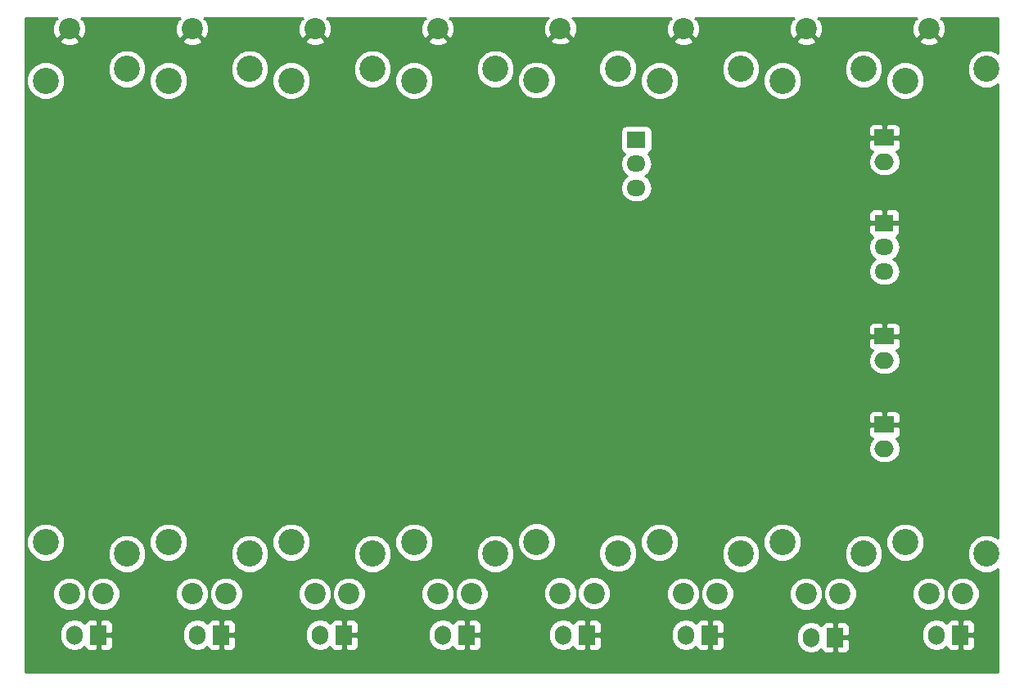
<source format=gtl>
G04 #@! TF.GenerationSoftware,KiCad,Pcbnew,(5.0.0)*
G04 #@! TF.CreationDate,2018-07-30T10:59:50+01:00*
G04 #@! TF.ProjectId,Mixer,4D697865722E6B696361645F70636200,rev?*
G04 #@! TF.SameCoordinates,Original*
G04 #@! TF.FileFunction,Copper,L1,Top,Signal*
G04 #@! TF.FilePolarity,Positive*
%FSLAX46Y46*%
G04 Gerber Fmt 4.6, Leading zero omitted, Abs format (unit mm)*
G04 Created by KiCad (PCBNEW (5.0.0)) date 07/30/18 10:59:50*
%MOMM*%
%LPD*%
G01*
G04 APERTURE LIST*
G04 #@! TA.AperFunction,ComponentPad*
%ADD10R,1.950000X1.700000*%
G04 #@! TD*
G04 #@! TA.AperFunction,ComponentPad*
%ADD11O,1.950000X1.700000*%
G04 #@! TD*
G04 #@! TA.AperFunction,ComponentPad*
%ADD12O,1.700000X2.000000*%
G04 #@! TD*
G04 #@! TA.AperFunction,ComponentPad*
%ADD13R,1.700000X2.000000*%
G04 #@! TD*
G04 #@! TA.AperFunction,ComponentPad*
%ADD14O,2.000000X1.700000*%
G04 #@! TD*
G04 #@! TA.AperFunction,ComponentPad*
%ADD15R,2.000000X1.700000*%
G04 #@! TD*
G04 #@! TA.AperFunction,ComponentPad*
%ADD16C,2.700000*%
G04 #@! TD*
G04 #@! TA.AperFunction,ComponentPad*
%ADD17C,2.200000*%
G04 #@! TD*
G04 #@! TA.AperFunction,Conductor*
%ADD18C,0.254000*%
G04 #@! TD*
G04 APERTURE END LIST*
D10*
G04 #@! TO.P,J12,1*
G04 #@! TO.N,Net-(J12-Pad1)*
X110236000Y-33020000D03*
D11*
G04 #@! TO.P,J12,2*
G04 #@! TO.N,Net-(J12-Pad2)*
X110236000Y-35520000D03*
G04 #@! TO.P,J12,3*
G04 #@! TO.N,Net-(J12-Pad3)*
X110236000Y-38020000D03*
G04 #@! TD*
D10*
G04 #@! TO.P,RV9,1*
G04 #@! TO.N,GND*
X135890000Y-41656000D03*
D11*
G04 #@! TO.P,RV9,2*
G04 #@! TO.N,Net-(RV9-Pad2)*
X135890000Y-44156000D03*
G04 #@! TO.P,RV9,3*
G04 #@! TO.N,Net-(C11-Pad1)*
X135890000Y-46656000D03*
G04 #@! TD*
D12*
G04 #@! TO.P,J3,2*
G04 #@! TO.N,Net-(C3-Pad2)*
X115356000Y-84328000D03*
D13*
G04 #@! TO.P,J3,1*
G04 #@! TO.N,GND*
X117856000Y-84328000D03*
G04 #@! TD*
D12*
G04 #@! TO.P,J8,2*
G04 #@! TO.N,Net-(C8-Pad2)*
X52110000Y-84328000D03*
D13*
G04 #@! TO.P,J8,1*
G04 #@! TO.N,GND*
X54610000Y-84328000D03*
G04 #@! TD*
G04 #@! TO.P,J7,1*
G04 #@! TO.N,GND*
X67310000Y-84328000D03*
D12*
G04 #@! TO.P,J7,2*
G04 #@! TO.N,Net-(C7-Pad2)*
X64810000Y-84328000D03*
G04 #@! TD*
G04 #@! TO.P,J6,2*
G04 #@! TO.N,Net-(C6-Pad2)*
X77510000Y-84328000D03*
D13*
G04 #@! TO.P,J6,1*
G04 #@! TO.N,GND*
X80010000Y-84328000D03*
G04 #@! TD*
G04 #@! TO.P,J5,1*
G04 #@! TO.N,GND*
X92710000Y-84328000D03*
D12*
G04 #@! TO.P,J5,2*
G04 #@! TO.N,Net-(C5-Pad2)*
X90210000Y-84328000D03*
G04 #@! TD*
G04 #@! TO.P,J2,2*
G04 #@! TO.N,Net-(C2-Pad2)*
X128310000Y-84582000D03*
D13*
G04 #@! TO.P,J2,1*
G04 #@! TO.N,GND*
X130810000Y-84582000D03*
G04 #@! TD*
G04 #@! TO.P,J1,1*
G04 #@! TO.N,GND*
X143764000Y-84328000D03*
D12*
G04 #@! TO.P,J1,2*
G04 #@! TO.N,Net-(C1-Pad2)*
X141264000Y-84328000D03*
G04 #@! TD*
D14*
G04 #@! TO.P,J11,2*
G04 #@! TO.N,Net-(C11-Pad1)*
X135890000Y-55880000D03*
D15*
G04 #@! TO.P,J11,1*
G04 #@! TO.N,GND*
X135890000Y-53380000D03*
G04 #@! TD*
G04 #@! TO.P,J10,1*
G04 #@! TO.N,GND*
X135890000Y-62524000D03*
D14*
G04 #@! TO.P,J10,2*
G04 #@! TO.N,Net-(J10-Pad2)*
X135890000Y-65024000D03*
G04 #@! TD*
D12*
G04 #@! TO.P,J4,2*
G04 #@! TO.N,Net-(C4-Pad2)*
X102656000Y-84328000D03*
D13*
G04 #@! TO.P,J4,1*
G04 #@! TO.N,GND*
X105156000Y-84328000D03*
G04 #@! TD*
D15*
G04 #@! TO.P,J9,1*
G04 #@! TO.N,GND*
X135890000Y-32806000D03*
D14*
G04 #@! TO.P,J9,2*
G04 #@! TO.N,Net-(C12-Pad1)*
X135890000Y-35306000D03*
G04 #@! TD*
D16*
G04 #@! TO.P,RV7,*
G04 #@! TO.N,*
X70240000Y-25700000D03*
X70240000Y-75900000D03*
X61840000Y-26900000D03*
X61840000Y-74700000D03*
D17*
G04 #@! TO.P,RV7,3*
G04 #@! TO.N,GND*
X64290000Y-21550000D03*
G04 #@! TO.P,RV7,2*
G04 #@! TO.N,Net-(R7-Pad2)*
X67790000Y-80050000D03*
G04 #@! TO.P,RV7,1*
G04 #@! TO.N,Net-(C7-Pad1)*
X64290000Y-80050000D03*
G04 #@! TD*
G04 #@! TO.P,RV8,1*
G04 #@! TO.N,Net-(C8-Pad1)*
X51590000Y-80050000D03*
G04 #@! TO.P,RV8,2*
G04 #@! TO.N,Net-(R8-Pad2)*
X55090000Y-80050000D03*
G04 #@! TO.P,RV8,3*
G04 #@! TO.N,GND*
X51590000Y-21550000D03*
D16*
G04 #@! TO.P,RV8,*
G04 #@! TO.N,*
X49140000Y-74700000D03*
X49140000Y-26900000D03*
X57540000Y-75900000D03*
X57540000Y-25700000D03*
G04 #@! TD*
D17*
G04 #@! TO.P,RV1,1*
G04 #@! TO.N,Net-(C1-Pad1)*
X140490000Y-80050000D03*
G04 #@! TO.P,RV1,2*
G04 #@! TO.N,Net-(R1-Pad2)*
X143990000Y-80050000D03*
G04 #@! TO.P,RV1,3*
G04 #@! TO.N,GND*
X140490000Y-21550000D03*
D16*
G04 #@! TO.P,RV1,*
G04 #@! TO.N,*
X138040000Y-74700000D03*
X138040000Y-26900000D03*
X146440000Y-75900000D03*
X146440000Y-25700000D03*
G04 #@! TD*
D17*
G04 #@! TO.P,RV2,1*
G04 #@! TO.N,Net-(C2-Pad1)*
X127790000Y-80050000D03*
G04 #@! TO.P,RV2,2*
G04 #@! TO.N,Net-(R2-Pad2)*
X131290000Y-80050000D03*
G04 #@! TO.P,RV2,3*
G04 #@! TO.N,GND*
X127790000Y-21550000D03*
D16*
G04 #@! TO.P,RV2,*
G04 #@! TO.N,*
X125340000Y-74700000D03*
X125340000Y-26900000D03*
X133740000Y-75900000D03*
X133740000Y-25700000D03*
G04 #@! TD*
G04 #@! TO.P,RV3,*
G04 #@! TO.N,*
X121040000Y-25700000D03*
X121040000Y-75900000D03*
X112640000Y-26900000D03*
X112640000Y-74700000D03*
D17*
G04 #@! TO.P,RV3,3*
G04 #@! TO.N,GND*
X115090000Y-21550000D03*
G04 #@! TO.P,RV3,2*
G04 #@! TO.N,Net-(R3-Pad2)*
X118590000Y-80050000D03*
G04 #@! TO.P,RV3,1*
G04 #@! TO.N,Net-(C3-Pad1)*
X115090000Y-80050000D03*
G04 #@! TD*
G04 #@! TO.P,RV4,1*
G04 #@! TO.N,Net-(C4-Pad1)*
X102362000Y-80010000D03*
G04 #@! TO.P,RV4,2*
G04 #@! TO.N,Net-(R4-Pad2)*
X105862000Y-80010000D03*
G04 #@! TO.P,RV4,3*
G04 #@! TO.N,GND*
X102362000Y-21510000D03*
D16*
G04 #@! TO.P,RV4,*
G04 #@! TO.N,*
X99912000Y-74660000D03*
X99912000Y-26860000D03*
X108312000Y-75860000D03*
X108312000Y-25660000D03*
G04 #@! TD*
G04 #@! TO.P,RV5,*
G04 #@! TO.N,*
X95640000Y-25700000D03*
X95640000Y-75900000D03*
X87240000Y-26900000D03*
X87240000Y-74700000D03*
D17*
G04 #@! TO.P,RV5,3*
G04 #@! TO.N,GND*
X89690000Y-21550000D03*
G04 #@! TO.P,RV5,2*
G04 #@! TO.N,Net-(R5-Pad2)*
X93190000Y-80050000D03*
G04 #@! TO.P,RV5,1*
G04 #@! TO.N,Net-(C5-Pad1)*
X89690000Y-80050000D03*
G04 #@! TD*
G04 #@! TO.P,RV6,1*
G04 #@! TO.N,Net-(C6-Pad1)*
X76990000Y-80050000D03*
G04 #@! TO.P,RV6,2*
G04 #@! TO.N,Net-(R6-Pad2)*
X80490000Y-80050000D03*
G04 #@! TO.P,RV6,3*
G04 #@! TO.N,GND*
X76990000Y-21550000D03*
D16*
G04 #@! TO.P,RV6,*
G04 #@! TO.N,*
X74540000Y-74700000D03*
X74540000Y-26900000D03*
X82940000Y-75900000D03*
X82940000Y-25700000D03*
G04 #@! TD*
D18*
G04 #@! TO.N,GND*
G36*
X50365130Y-20504738D02*
X50087901Y-20615641D01*
X49844677Y-21261593D01*
X49867164Y-21951453D01*
X50087901Y-22484359D01*
X50365132Y-22595263D01*
X51410395Y-21550000D01*
X51396253Y-21535858D01*
X51575858Y-21356253D01*
X51590000Y-21370395D01*
X51604143Y-21356253D01*
X51783748Y-21535858D01*
X51769605Y-21550000D01*
X52814868Y-22595263D01*
X53092099Y-22484359D01*
X53335323Y-21838407D01*
X53312836Y-21148547D01*
X53092099Y-20615641D01*
X52814870Y-20504738D01*
X52924608Y-20395000D01*
X62955392Y-20395000D01*
X63065130Y-20504738D01*
X62787901Y-20615641D01*
X62544677Y-21261593D01*
X62567164Y-21951453D01*
X62787901Y-22484359D01*
X63065132Y-22595263D01*
X64110395Y-21550000D01*
X64096253Y-21535858D01*
X64275858Y-21356253D01*
X64290000Y-21370395D01*
X64304143Y-21356253D01*
X64483748Y-21535858D01*
X64469605Y-21550000D01*
X65514868Y-22595263D01*
X65792099Y-22484359D01*
X66035323Y-21838407D01*
X66012836Y-21148547D01*
X65792099Y-20615641D01*
X65514870Y-20504738D01*
X65624608Y-20395000D01*
X75655392Y-20395000D01*
X75765130Y-20504738D01*
X75487901Y-20615641D01*
X75244677Y-21261593D01*
X75267164Y-21951453D01*
X75487901Y-22484359D01*
X75765132Y-22595263D01*
X76810395Y-21550000D01*
X76796253Y-21535858D01*
X76975858Y-21356253D01*
X76990000Y-21370395D01*
X77004143Y-21356253D01*
X77183748Y-21535858D01*
X77169605Y-21550000D01*
X78214868Y-22595263D01*
X78492099Y-22484359D01*
X78735323Y-21838407D01*
X78712836Y-21148547D01*
X78492099Y-20615641D01*
X78214870Y-20504738D01*
X78324608Y-20395000D01*
X88355392Y-20395000D01*
X88465130Y-20504738D01*
X88187901Y-20615641D01*
X87944677Y-21261593D01*
X87967164Y-21951453D01*
X88187901Y-22484359D01*
X88465132Y-22595263D01*
X89510395Y-21550000D01*
X89496253Y-21535858D01*
X89675858Y-21356253D01*
X89690000Y-21370395D01*
X89704143Y-21356253D01*
X89883748Y-21535858D01*
X89869605Y-21550000D01*
X90914868Y-22595263D01*
X91192099Y-22484359D01*
X91435323Y-21838407D01*
X91412836Y-21148547D01*
X91192099Y-20615641D01*
X90914870Y-20504738D01*
X91024608Y-20395000D01*
X101067392Y-20395000D01*
X101137130Y-20464738D01*
X100859901Y-20575641D01*
X100616677Y-21221593D01*
X100639164Y-21911453D01*
X100859901Y-22444359D01*
X101137132Y-22555263D01*
X102182395Y-21510000D01*
X102168253Y-21495858D01*
X102347858Y-21316253D01*
X102362000Y-21330395D01*
X102376143Y-21316253D01*
X102555748Y-21495858D01*
X102541605Y-21510000D01*
X103586868Y-22555263D01*
X103864099Y-22444359D01*
X104107323Y-21798407D01*
X104084836Y-21108547D01*
X103864099Y-20575641D01*
X103586870Y-20464738D01*
X103656608Y-20395000D01*
X113755392Y-20395000D01*
X113865130Y-20504738D01*
X113587901Y-20615641D01*
X113344677Y-21261593D01*
X113367164Y-21951453D01*
X113587901Y-22484359D01*
X113865132Y-22595263D01*
X114910395Y-21550000D01*
X114896253Y-21535858D01*
X115075858Y-21356253D01*
X115090000Y-21370395D01*
X115104143Y-21356253D01*
X115283748Y-21535858D01*
X115269605Y-21550000D01*
X116314868Y-22595263D01*
X116592099Y-22484359D01*
X116835323Y-21838407D01*
X116812836Y-21148547D01*
X116592099Y-20615641D01*
X116314870Y-20504738D01*
X116424608Y-20395000D01*
X126455392Y-20395000D01*
X126565130Y-20504738D01*
X126287901Y-20615641D01*
X126044677Y-21261593D01*
X126067164Y-21951453D01*
X126287901Y-22484359D01*
X126565132Y-22595263D01*
X127610395Y-21550000D01*
X127596253Y-21535858D01*
X127775858Y-21356253D01*
X127790000Y-21370395D01*
X127804143Y-21356253D01*
X127983748Y-21535858D01*
X127969605Y-21550000D01*
X129014868Y-22595263D01*
X129292099Y-22484359D01*
X129535323Y-21838407D01*
X129512836Y-21148547D01*
X129292099Y-20615641D01*
X129014870Y-20504738D01*
X129124608Y-20395000D01*
X139155392Y-20395000D01*
X139265130Y-20504738D01*
X138987901Y-20615641D01*
X138744677Y-21261593D01*
X138767164Y-21951453D01*
X138987901Y-22484359D01*
X139265132Y-22595263D01*
X140310395Y-21550000D01*
X140296253Y-21535858D01*
X140475858Y-21356253D01*
X140490000Y-21370395D01*
X140504143Y-21356253D01*
X140683748Y-21535858D01*
X140669605Y-21550000D01*
X141714868Y-22595263D01*
X141992099Y-22484359D01*
X142235323Y-21838407D01*
X142212836Y-21148547D01*
X141992099Y-20615641D01*
X141714870Y-20504738D01*
X141824608Y-20395000D01*
X147626000Y-20395000D01*
X147626000Y-24078787D01*
X147564412Y-24017199D01*
X146834841Y-23715000D01*
X146045159Y-23715000D01*
X145315588Y-24017199D01*
X144757199Y-24575588D01*
X144455000Y-25305159D01*
X144455000Y-26094841D01*
X144757199Y-26824412D01*
X145315588Y-27382801D01*
X146045159Y-27685000D01*
X146834841Y-27685000D01*
X147564412Y-27382801D01*
X147626000Y-27321213D01*
X147626001Y-74278788D01*
X147564412Y-74217199D01*
X146834841Y-73915000D01*
X146045159Y-73915000D01*
X145315588Y-74217199D01*
X144757199Y-74775588D01*
X144455000Y-75505159D01*
X144455000Y-76294841D01*
X144757199Y-77024412D01*
X145315588Y-77582801D01*
X146045159Y-77885000D01*
X146834841Y-77885000D01*
X147564412Y-77582801D01*
X147626001Y-77521212D01*
X147626001Y-88190000D01*
X47065000Y-88190000D01*
X47065000Y-84031744D01*
X50625000Y-84031744D01*
X50625000Y-84624255D01*
X50711161Y-85057417D01*
X51039375Y-85548625D01*
X51530582Y-85876839D01*
X52110000Y-85992092D01*
X52689417Y-85876839D01*
X53167656Y-85557291D01*
X53221673Y-85687699D01*
X53400302Y-85866327D01*
X53633691Y-85963000D01*
X54324250Y-85963000D01*
X54483000Y-85804250D01*
X54483000Y-84455000D01*
X54737000Y-84455000D01*
X54737000Y-85804250D01*
X54895750Y-85963000D01*
X55586309Y-85963000D01*
X55819698Y-85866327D01*
X55998327Y-85687699D01*
X56095000Y-85454310D01*
X56095000Y-84613750D01*
X55936250Y-84455000D01*
X54737000Y-84455000D01*
X54483000Y-84455000D01*
X54463000Y-84455000D01*
X54463000Y-84201000D01*
X54483000Y-84201000D01*
X54483000Y-82851750D01*
X54737000Y-82851750D01*
X54737000Y-84201000D01*
X55936250Y-84201000D01*
X56095000Y-84042250D01*
X56095000Y-84031744D01*
X63325000Y-84031744D01*
X63325000Y-84624255D01*
X63411161Y-85057417D01*
X63739375Y-85548625D01*
X64230582Y-85876839D01*
X64810000Y-85992092D01*
X65389417Y-85876839D01*
X65867656Y-85557291D01*
X65921673Y-85687699D01*
X66100302Y-85866327D01*
X66333691Y-85963000D01*
X67024250Y-85963000D01*
X67183000Y-85804250D01*
X67183000Y-84455000D01*
X67437000Y-84455000D01*
X67437000Y-85804250D01*
X67595750Y-85963000D01*
X68286309Y-85963000D01*
X68519698Y-85866327D01*
X68698327Y-85687699D01*
X68795000Y-85454310D01*
X68795000Y-84613750D01*
X68636250Y-84455000D01*
X67437000Y-84455000D01*
X67183000Y-84455000D01*
X67163000Y-84455000D01*
X67163000Y-84201000D01*
X67183000Y-84201000D01*
X67183000Y-82851750D01*
X67437000Y-82851750D01*
X67437000Y-84201000D01*
X68636250Y-84201000D01*
X68795000Y-84042250D01*
X68795000Y-84031744D01*
X76025000Y-84031744D01*
X76025000Y-84624255D01*
X76111161Y-85057417D01*
X76439375Y-85548625D01*
X76930582Y-85876839D01*
X77510000Y-85992092D01*
X78089417Y-85876839D01*
X78567656Y-85557291D01*
X78621673Y-85687699D01*
X78800302Y-85866327D01*
X79033691Y-85963000D01*
X79724250Y-85963000D01*
X79883000Y-85804250D01*
X79883000Y-84455000D01*
X80137000Y-84455000D01*
X80137000Y-85804250D01*
X80295750Y-85963000D01*
X80986309Y-85963000D01*
X81219698Y-85866327D01*
X81398327Y-85687699D01*
X81495000Y-85454310D01*
X81495000Y-84613750D01*
X81336250Y-84455000D01*
X80137000Y-84455000D01*
X79883000Y-84455000D01*
X79863000Y-84455000D01*
X79863000Y-84201000D01*
X79883000Y-84201000D01*
X79883000Y-82851750D01*
X80137000Y-82851750D01*
X80137000Y-84201000D01*
X81336250Y-84201000D01*
X81495000Y-84042250D01*
X81495000Y-84031744D01*
X88725000Y-84031744D01*
X88725000Y-84624255D01*
X88811161Y-85057417D01*
X89139375Y-85548625D01*
X89630582Y-85876839D01*
X90210000Y-85992092D01*
X90789417Y-85876839D01*
X91267656Y-85557291D01*
X91321673Y-85687699D01*
X91500302Y-85866327D01*
X91733691Y-85963000D01*
X92424250Y-85963000D01*
X92583000Y-85804250D01*
X92583000Y-84455000D01*
X92837000Y-84455000D01*
X92837000Y-85804250D01*
X92995750Y-85963000D01*
X93686309Y-85963000D01*
X93919698Y-85866327D01*
X94098327Y-85687699D01*
X94195000Y-85454310D01*
X94195000Y-84613750D01*
X94036250Y-84455000D01*
X92837000Y-84455000D01*
X92583000Y-84455000D01*
X92563000Y-84455000D01*
X92563000Y-84201000D01*
X92583000Y-84201000D01*
X92583000Y-82851750D01*
X92837000Y-82851750D01*
X92837000Y-84201000D01*
X94036250Y-84201000D01*
X94195000Y-84042250D01*
X94195000Y-84031744D01*
X101171000Y-84031744D01*
X101171000Y-84624255D01*
X101257161Y-85057417D01*
X101585375Y-85548625D01*
X102076582Y-85876839D01*
X102656000Y-85992092D01*
X103235417Y-85876839D01*
X103713656Y-85557291D01*
X103767673Y-85687699D01*
X103946302Y-85866327D01*
X104179691Y-85963000D01*
X104870250Y-85963000D01*
X105029000Y-85804250D01*
X105029000Y-84455000D01*
X105283000Y-84455000D01*
X105283000Y-85804250D01*
X105441750Y-85963000D01*
X106132309Y-85963000D01*
X106365698Y-85866327D01*
X106544327Y-85687699D01*
X106641000Y-85454310D01*
X106641000Y-84613750D01*
X106482250Y-84455000D01*
X105283000Y-84455000D01*
X105029000Y-84455000D01*
X105009000Y-84455000D01*
X105009000Y-84201000D01*
X105029000Y-84201000D01*
X105029000Y-82851750D01*
X105283000Y-82851750D01*
X105283000Y-84201000D01*
X106482250Y-84201000D01*
X106641000Y-84042250D01*
X106641000Y-84031744D01*
X113871000Y-84031744D01*
X113871000Y-84624255D01*
X113957161Y-85057417D01*
X114285375Y-85548625D01*
X114776582Y-85876839D01*
X115356000Y-85992092D01*
X115935417Y-85876839D01*
X116413656Y-85557291D01*
X116467673Y-85687699D01*
X116646302Y-85866327D01*
X116879691Y-85963000D01*
X117570250Y-85963000D01*
X117729000Y-85804250D01*
X117729000Y-84455000D01*
X117983000Y-84455000D01*
X117983000Y-85804250D01*
X118141750Y-85963000D01*
X118832309Y-85963000D01*
X119065698Y-85866327D01*
X119244327Y-85687699D01*
X119341000Y-85454310D01*
X119341000Y-84613750D01*
X119182250Y-84455000D01*
X117983000Y-84455000D01*
X117729000Y-84455000D01*
X117709000Y-84455000D01*
X117709000Y-84285744D01*
X126825000Y-84285744D01*
X126825000Y-84878255D01*
X126911161Y-85311417D01*
X127239375Y-85802625D01*
X127730582Y-86130839D01*
X128310000Y-86246092D01*
X128889417Y-86130839D01*
X129367656Y-85811291D01*
X129421673Y-85941699D01*
X129600302Y-86120327D01*
X129833691Y-86217000D01*
X130524250Y-86217000D01*
X130683000Y-86058250D01*
X130683000Y-84709000D01*
X130937000Y-84709000D01*
X130937000Y-86058250D01*
X131095750Y-86217000D01*
X131786309Y-86217000D01*
X132019698Y-86120327D01*
X132198327Y-85941699D01*
X132295000Y-85708310D01*
X132295000Y-84867750D01*
X132136250Y-84709000D01*
X130937000Y-84709000D01*
X130683000Y-84709000D01*
X130663000Y-84709000D01*
X130663000Y-84455000D01*
X130683000Y-84455000D01*
X130683000Y-83105750D01*
X130937000Y-83105750D01*
X130937000Y-84455000D01*
X132136250Y-84455000D01*
X132295000Y-84296250D01*
X132295000Y-84031744D01*
X139779000Y-84031744D01*
X139779000Y-84624255D01*
X139865161Y-85057417D01*
X140193375Y-85548625D01*
X140684582Y-85876839D01*
X141264000Y-85992092D01*
X141843417Y-85876839D01*
X142321656Y-85557291D01*
X142375673Y-85687699D01*
X142554302Y-85866327D01*
X142787691Y-85963000D01*
X143478250Y-85963000D01*
X143637000Y-85804250D01*
X143637000Y-84455000D01*
X143891000Y-84455000D01*
X143891000Y-85804250D01*
X144049750Y-85963000D01*
X144740309Y-85963000D01*
X144973698Y-85866327D01*
X145152327Y-85687699D01*
X145249000Y-85454310D01*
X145249000Y-84613750D01*
X145090250Y-84455000D01*
X143891000Y-84455000D01*
X143637000Y-84455000D01*
X143617000Y-84455000D01*
X143617000Y-84201000D01*
X143637000Y-84201000D01*
X143637000Y-82851750D01*
X143891000Y-82851750D01*
X143891000Y-84201000D01*
X145090250Y-84201000D01*
X145249000Y-84042250D01*
X145249000Y-83201690D01*
X145152327Y-82968301D01*
X144973698Y-82789673D01*
X144740309Y-82693000D01*
X144049750Y-82693000D01*
X143891000Y-82851750D01*
X143637000Y-82851750D01*
X143478250Y-82693000D01*
X142787691Y-82693000D01*
X142554302Y-82789673D01*
X142375673Y-82968301D01*
X142321656Y-83098709D01*
X141843418Y-82779161D01*
X141264000Y-82663908D01*
X140684583Y-82779161D01*
X140193375Y-83107375D01*
X139865161Y-83598582D01*
X139779000Y-84031744D01*
X132295000Y-84031744D01*
X132295000Y-83455690D01*
X132198327Y-83222301D01*
X132019698Y-83043673D01*
X131786309Y-82947000D01*
X131095750Y-82947000D01*
X130937000Y-83105750D01*
X130683000Y-83105750D01*
X130524250Y-82947000D01*
X129833691Y-82947000D01*
X129600302Y-83043673D01*
X129421673Y-83222301D01*
X129367656Y-83352709D01*
X128889418Y-83033161D01*
X128310000Y-82917908D01*
X127730583Y-83033161D01*
X127239375Y-83361375D01*
X126911161Y-83852582D01*
X126825000Y-84285744D01*
X117709000Y-84285744D01*
X117709000Y-84201000D01*
X117729000Y-84201000D01*
X117729000Y-82851750D01*
X117983000Y-82851750D01*
X117983000Y-84201000D01*
X119182250Y-84201000D01*
X119341000Y-84042250D01*
X119341000Y-83201690D01*
X119244327Y-82968301D01*
X119065698Y-82789673D01*
X118832309Y-82693000D01*
X118141750Y-82693000D01*
X117983000Y-82851750D01*
X117729000Y-82851750D01*
X117570250Y-82693000D01*
X116879691Y-82693000D01*
X116646302Y-82789673D01*
X116467673Y-82968301D01*
X116413656Y-83098709D01*
X115935418Y-82779161D01*
X115356000Y-82663908D01*
X114776583Y-82779161D01*
X114285375Y-83107375D01*
X113957161Y-83598582D01*
X113871000Y-84031744D01*
X106641000Y-84031744D01*
X106641000Y-83201690D01*
X106544327Y-82968301D01*
X106365698Y-82789673D01*
X106132309Y-82693000D01*
X105441750Y-82693000D01*
X105283000Y-82851750D01*
X105029000Y-82851750D01*
X104870250Y-82693000D01*
X104179691Y-82693000D01*
X103946302Y-82789673D01*
X103767673Y-82968301D01*
X103713656Y-83098709D01*
X103235418Y-82779161D01*
X102656000Y-82663908D01*
X102076583Y-82779161D01*
X101585375Y-83107375D01*
X101257161Y-83598582D01*
X101171000Y-84031744D01*
X94195000Y-84031744D01*
X94195000Y-83201690D01*
X94098327Y-82968301D01*
X93919698Y-82789673D01*
X93686309Y-82693000D01*
X92995750Y-82693000D01*
X92837000Y-82851750D01*
X92583000Y-82851750D01*
X92424250Y-82693000D01*
X91733691Y-82693000D01*
X91500302Y-82789673D01*
X91321673Y-82968301D01*
X91267656Y-83098709D01*
X90789418Y-82779161D01*
X90210000Y-82663908D01*
X89630583Y-82779161D01*
X89139375Y-83107375D01*
X88811161Y-83598582D01*
X88725000Y-84031744D01*
X81495000Y-84031744D01*
X81495000Y-83201690D01*
X81398327Y-82968301D01*
X81219698Y-82789673D01*
X80986309Y-82693000D01*
X80295750Y-82693000D01*
X80137000Y-82851750D01*
X79883000Y-82851750D01*
X79724250Y-82693000D01*
X79033691Y-82693000D01*
X78800302Y-82789673D01*
X78621673Y-82968301D01*
X78567656Y-83098709D01*
X78089418Y-82779161D01*
X77510000Y-82663908D01*
X76930583Y-82779161D01*
X76439375Y-83107375D01*
X76111161Y-83598582D01*
X76025000Y-84031744D01*
X68795000Y-84031744D01*
X68795000Y-83201690D01*
X68698327Y-82968301D01*
X68519698Y-82789673D01*
X68286309Y-82693000D01*
X67595750Y-82693000D01*
X67437000Y-82851750D01*
X67183000Y-82851750D01*
X67024250Y-82693000D01*
X66333691Y-82693000D01*
X66100302Y-82789673D01*
X65921673Y-82968301D01*
X65867656Y-83098709D01*
X65389418Y-82779161D01*
X64810000Y-82663908D01*
X64230583Y-82779161D01*
X63739375Y-83107375D01*
X63411161Y-83598582D01*
X63325000Y-84031744D01*
X56095000Y-84031744D01*
X56095000Y-83201690D01*
X55998327Y-82968301D01*
X55819698Y-82789673D01*
X55586309Y-82693000D01*
X54895750Y-82693000D01*
X54737000Y-82851750D01*
X54483000Y-82851750D01*
X54324250Y-82693000D01*
X53633691Y-82693000D01*
X53400302Y-82789673D01*
X53221673Y-82968301D01*
X53167656Y-83098709D01*
X52689418Y-82779161D01*
X52110000Y-82663908D01*
X51530583Y-82779161D01*
X51039375Y-83107375D01*
X50711161Y-83598582D01*
X50625000Y-84031744D01*
X47065000Y-84031744D01*
X47065000Y-79704887D01*
X49855000Y-79704887D01*
X49855000Y-80395113D01*
X50119138Y-81032799D01*
X50607201Y-81520862D01*
X51244887Y-81785000D01*
X51935113Y-81785000D01*
X52572799Y-81520862D01*
X53060862Y-81032799D01*
X53325000Y-80395113D01*
X53325000Y-79704887D01*
X53355000Y-79704887D01*
X53355000Y-80395113D01*
X53619138Y-81032799D01*
X54107201Y-81520862D01*
X54744887Y-81785000D01*
X55435113Y-81785000D01*
X56072799Y-81520862D01*
X56560862Y-81032799D01*
X56825000Y-80395113D01*
X56825000Y-79704887D01*
X62555000Y-79704887D01*
X62555000Y-80395113D01*
X62819138Y-81032799D01*
X63307201Y-81520862D01*
X63944887Y-81785000D01*
X64635113Y-81785000D01*
X65272799Y-81520862D01*
X65760862Y-81032799D01*
X66025000Y-80395113D01*
X66025000Y-79704887D01*
X66055000Y-79704887D01*
X66055000Y-80395113D01*
X66319138Y-81032799D01*
X66807201Y-81520862D01*
X67444887Y-81785000D01*
X68135113Y-81785000D01*
X68772799Y-81520862D01*
X69260862Y-81032799D01*
X69525000Y-80395113D01*
X69525000Y-79704887D01*
X75255000Y-79704887D01*
X75255000Y-80395113D01*
X75519138Y-81032799D01*
X76007201Y-81520862D01*
X76644887Y-81785000D01*
X77335113Y-81785000D01*
X77972799Y-81520862D01*
X78460862Y-81032799D01*
X78725000Y-80395113D01*
X78725000Y-79704887D01*
X78755000Y-79704887D01*
X78755000Y-80395113D01*
X79019138Y-81032799D01*
X79507201Y-81520862D01*
X80144887Y-81785000D01*
X80835113Y-81785000D01*
X81472799Y-81520862D01*
X81960862Y-81032799D01*
X82225000Y-80395113D01*
X82225000Y-79704887D01*
X87955000Y-79704887D01*
X87955000Y-80395113D01*
X88219138Y-81032799D01*
X88707201Y-81520862D01*
X89344887Y-81785000D01*
X90035113Y-81785000D01*
X90672799Y-81520862D01*
X91160862Y-81032799D01*
X91425000Y-80395113D01*
X91425000Y-79704887D01*
X91455000Y-79704887D01*
X91455000Y-80395113D01*
X91719138Y-81032799D01*
X92207201Y-81520862D01*
X92844887Y-81785000D01*
X93535113Y-81785000D01*
X94172799Y-81520862D01*
X94660862Y-81032799D01*
X94925000Y-80395113D01*
X94925000Y-79704887D01*
X94908432Y-79664887D01*
X100627000Y-79664887D01*
X100627000Y-80355113D01*
X100891138Y-80992799D01*
X101379201Y-81480862D01*
X102016887Y-81745000D01*
X102707113Y-81745000D01*
X103344799Y-81480862D01*
X103832862Y-80992799D01*
X104097000Y-80355113D01*
X104097000Y-79664887D01*
X104127000Y-79664887D01*
X104127000Y-80355113D01*
X104391138Y-80992799D01*
X104879201Y-81480862D01*
X105516887Y-81745000D01*
X106207113Y-81745000D01*
X106844799Y-81480862D01*
X107332862Y-80992799D01*
X107597000Y-80355113D01*
X107597000Y-79704887D01*
X113355000Y-79704887D01*
X113355000Y-80395113D01*
X113619138Y-81032799D01*
X114107201Y-81520862D01*
X114744887Y-81785000D01*
X115435113Y-81785000D01*
X116072799Y-81520862D01*
X116560862Y-81032799D01*
X116825000Y-80395113D01*
X116825000Y-79704887D01*
X116855000Y-79704887D01*
X116855000Y-80395113D01*
X117119138Y-81032799D01*
X117607201Y-81520862D01*
X118244887Y-81785000D01*
X118935113Y-81785000D01*
X119572799Y-81520862D01*
X120060862Y-81032799D01*
X120325000Y-80395113D01*
X120325000Y-79704887D01*
X126055000Y-79704887D01*
X126055000Y-80395113D01*
X126319138Y-81032799D01*
X126807201Y-81520862D01*
X127444887Y-81785000D01*
X128135113Y-81785000D01*
X128772799Y-81520862D01*
X129260862Y-81032799D01*
X129525000Y-80395113D01*
X129525000Y-79704887D01*
X129555000Y-79704887D01*
X129555000Y-80395113D01*
X129819138Y-81032799D01*
X130307201Y-81520862D01*
X130944887Y-81785000D01*
X131635113Y-81785000D01*
X132272799Y-81520862D01*
X132760862Y-81032799D01*
X133025000Y-80395113D01*
X133025000Y-79704887D01*
X138755000Y-79704887D01*
X138755000Y-80395113D01*
X139019138Y-81032799D01*
X139507201Y-81520862D01*
X140144887Y-81785000D01*
X140835113Y-81785000D01*
X141472799Y-81520862D01*
X141960862Y-81032799D01*
X142225000Y-80395113D01*
X142225000Y-79704887D01*
X142255000Y-79704887D01*
X142255000Y-80395113D01*
X142519138Y-81032799D01*
X143007201Y-81520862D01*
X143644887Y-81785000D01*
X144335113Y-81785000D01*
X144972799Y-81520862D01*
X145460862Y-81032799D01*
X145725000Y-80395113D01*
X145725000Y-79704887D01*
X145460862Y-79067201D01*
X144972799Y-78579138D01*
X144335113Y-78315000D01*
X143644887Y-78315000D01*
X143007201Y-78579138D01*
X142519138Y-79067201D01*
X142255000Y-79704887D01*
X142225000Y-79704887D01*
X141960862Y-79067201D01*
X141472799Y-78579138D01*
X140835113Y-78315000D01*
X140144887Y-78315000D01*
X139507201Y-78579138D01*
X139019138Y-79067201D01*
X138755000Y-79704887D01*
X133025000Y-79704887D01*
X132760862Y-79067201D01*
X132272799Y-78579138D01*
X131635113Y-78315000D01*
X130944887Y-78315000D01*
X130307201Y-78579138D01*
X129819138Y-79067201D01*
X129555000Y-79704887D01*
X129525000Y-79704887D01*
X129260862Y-79067201D01*
X128772799Y-78579138D01*
X128135113Y-78315000D01*
X127444887Y-78315000D01*
X126807201Y-78579138D01*
X126319138Y-79067201D01*
X126055000Y-79704887D01*
X120325000Y-79704887D01*
X120060862Y-79067201D01*
X119572799Y-78579138D01*
X118935113Y-78315000D01*
X118244887Y-78315000D01*
X117607201Y-78579138D01*
X117119138Y-79067201D01*
X116855000Y-79704887D01*
X116825000Y-79704887D01*
X116560862Y-79067201D01*
X116072799Y-78579138D01*
X115435113Y-78315000D01*
X114744887Y-78315000D01*
X114107201Y-78579138D01*
X113619138Y-79067201D01*
X113355000Y-79704887D01*
X107597000Y-79704887D01*
X107597000Y-79664887D01*
X107332862Y-79027201D01*
X106844799Y-78539138D01*
X106207113Y-78275000D01*
X105516887Y-78275000D01*
X104879201Y-78539138D01*
X104391138Y-79027201D01*
X104127000Y-79664887D01*
X104097000Y-79664887D01*
X103832862Y-79027201D01*
X103344799Y-78539138D01*
X102707113Y-78275000D01*
X102016887Y-78275000D01*
X101379201Y-78539138D01*
X100891138Y-79027201D01*
X100627000Y-79664887D01*
X94908432Y-79664887D01*
X94660862Y-79067201D01*
X94172799Y-78579138D01*
X93535113Y-78315000D01*
X92844887Y-78315000D01*
X92207201Y-78579138D01*
X91719138Y-79067201D01*
X91455000Y-79704887D01*
X91425000Y-79704887D01*
X91160862Y-79067201D01*
X90672799Y-78579138D01*
X90035113Y-78315000D01*
X89344887Y-78315000D01*
X88707201Y-78579138D01*
X88219138Y-79067201D01*
X87955000Y-79704887D01*
X82225000Y-79704887D01*
X81960862Y-79067201D01*
X81472799Y-78579138D01*
X80835113Y-78315000D01*
X80144887Y-78315000D01*
X79507201Y-78579138D01*
X79019138Y-79067201D01*
X78755000Y-79704887D01*
X78725000Y-79704887D01*
X78460862Y-79067201D01*
X77972799Y-78579138D01*
X77335113Y-78315000D01*
X76644887Y-78315000D01*
X76007201Y-78579138D01*
X75519138Y-79067201D01*
X75255000Y-79704887D01*
X69525000Y-79704887D01*
X69260862Y-79067201D01*
X68772799Y-78579138D01*
X68135113Y-78315000D01*
X67444887Y-78315000D01*
X66807201Y-78579138D01*
X66319138Y-79067201D01*
X66055000Y-79704887D01*
X66025000Y-79704887D01*
X65760862Y-79067201D01*
X65272799Y-78579138D01*
X64635113Y-78315000D01*
X63944887Y-78315000D01*
X63307201Y-78579138D01*
X62819138Y-79067201D01*
X62555000Y-79704887D01*
X56825000Y-79704887D01*
X56560862Y-79067201D01*
X56072799Y-78579138D01*
X55435113Y-78315000D01*
X54744887Y-78315000D01*
X54107201Y-78579138D01*
X53619138Y-79067201D01*
X53355000Y-79704887D01*
X53325000Y-79704887D01*
X53060862Y-79067201D01*
X52572799Y-78579138D01*
X51935113Y-78315000D01*
X51244887Y-78315000D01*
X50607201Y-78579138D01*
X50119138Y-79067201D01*
X49855000Y-79704887D01*
X47065000Y-79704887D01*
X47065000Y-74305159D01*
X47155000Y-74305159D01*
X47155000Y-75094841D01*
X47457199Y-75824412D01*
X48015588Y-76382801D01*
X48745159Y-76685000D01*
X49534841Y-76685000D01*
X50264412Y-76382801D01*
X50822801Y-75824412D01*
X50955040Y-75505159D01*
X55555000Y-75505159D01*
X55555000Y-76294841D01*
X55857199Y-77024412D01*
X56415588Y-77582801D01*
X57145159Y-77885000D01*
X57934841Y-77885000D01*
X58664412Y-77582801D01*
X59222801Y-77024412D01*
X59525000Y-76294841D01*
X59525000Y-75505159D01*
X59222801Y-74775588D01*
X58752372Y-74305159D01*
X59855000Y-74305159D01*
X59855000Y-75094841D01*
X60157199Y-75824412D01*
X60715588Y-76382801D01*
X61445159Y-76685000D01*
X62234841Y-76685000D01*
X62964412Y-76382801D01*
X63522801Y-75824412D01*
X63655040Y-75505159D01*
X68255000Y-75505159D01*
X68255000Y-76294841D01*
X68557199Y-77024412D01*
X69115588Y-77582801D01*
X69845159Y-77885000D01*
X70634841Y-77885000D01*
X71364412Y-77582801D01*
X71922801Y-77024412D01*
X72225000Y-76294841D01*
X72225000Y-75505159D01*
X71922801Y-74775588D01*
X71452372Y-74305159D01*
X72555000Y-74305159D01*
X72555000Y-75094841D01*
X72857199Y-75824412D01*
X73415588Y-76382801D01*
X74145159Y-76685000D01*
X74934841Y-76685000D01*
X75664412Y-76382801D01*
X76222801Y-75824412D01*
X76355040Y-75505159D01*
X80955000Y-75505159D01*
X80955000Y-76294841D01*
X81257199Y-77024412D01*
X81815588Y-77582801D01*
X82545159Y-77885000D01*
X83334841Y-77885000D01*
X84064412Y-77582801D01*
X84622801Y-77024412D01*
X84925000Y-76294841D01*
X84925000Y-75505159D01*
X84622801Y-74775588D01*
X84152372Y-74305159D01*
X85255000Y-74305159D01*
X85255000Y-75094841D01*
X85557199Y-75824412D01*
X86115588Y-76382801D01*
X86845159Y-76685000D01*
X87634841Y-76685000D01*
X88364412Y-76382801D01*
X88922801Y-75824412D01*
X89055040Y-75505159D01*
X93655000Y-75505159D01*
X93655000Y-76294841D01*
X93957199Y-77024412D01*
X94515588Y-77582801D01*
X95245159Y-77885000D01*
X96034841Y-77885000D01*
X96764412Y-77582801D01*
X97322801Y-77024412D01*
X97625000Y-76294841D01*
X97625000Y-75505159D01*
X97322801Y-74775588D01*
X96812372Y-74265159D01*
X97927000Y-74265159D01*
X97927000Y-75054841D01*
X98229199Y-75784412D01*
X98787588Y-76342801D01*
X99517159Y-76645000D01*
X100306841Y-76645000D01*
X101036412Y-76342801D01*
X101594801Y-75784412D01*
X101727040Y-75465159D01*
X106327000Y-75465159D01*
X106327000Y-76254841D01*
X106629199Y-76984412D01*
X107187588Y-77542801D01*
X107917159Y-77845000D01*
X108706841Y-77845000D01*
X109436412Y-77542801D01*
X109994801Y-76984412D01*
X110297000Y-76254841D01*
X110297000Y-75465159D01*
X109994801Y-74735588D01*
X109564372Y-74305159D01*
X110655000Y-74305159D01*
X110655000Y-75094841D01*
X110957199Y-75824412D01*
X111515588Y-76382801D01*
X112245159Y-76685000D01*
X113034841Y-76685000D01*
X113764412Y-76382801D01*
X114322801Y-75824412D01*
X114455040Y-75505159D01*
X119055000Y-75505159D01*
X119055000Y-76294841D01*
X119357199Y-77024412D01*
X119915588Y-77582801D01*
X120645159Y-77885000D01*
X121434841Y-77885000D01*
X122164412Y-77582801D01*
X122722801Y-77024412D01*
X123025000Y-76294841D01*
X123025000Y-75505159D01*
X122722801Y-74775588D01*
X122252372Y-74305159D01*
X123355000Y-74305159D01*
X123355000Y-75094841D01*
X123657199Y-75824412D01*
X124215588Y-76382801D01*
X124945159Y-76685000D01*
X125734841Y-76685000D01*
X126464412Y-76382801D01*
X127022801Y-75824412D01*
X127155040Y-75505159D01*
X131755000Y-75505159D01*
X131755000Y-76294841D01*
X132057199Y-77024412D01*
X132615588Y-77582801D01*
X133345159Y-77885000D01*
X134134841Y-77885000D01*
X134864412Y-77582801D01*
X135422801Y-77024412D01*
X135725000Y-76294841D01*
X135725000Y-75505159D01*
X135422801Y-74775588D01*
X134952372Y-74305159D01*
X136055000Y-74305159D01*
X136055000Y-75094841D01*
X136357199Y-75824412D01*
X136915588Y-76382801D01*
X137645159Y-76685000D01*
X138434841Y-76685000D01*
X139164412Y-76382801D01*
X139722801Y-75824412D01*
X140025000Y-75094841D01*
X140025000Y-74305159D01*
X139722801Y-73575588D01*
X139164412Y-73017199D01*
X138434841Y-72715000D01*
X137645159Y-72715000D01*
X136915588Y-73017199D01*
X136357199Y-73575588D01*
X136055000Y-74305159D01*
X134952372Y-74305159D01*
X134864412Y-74217199D01*
X134134841Y-73915000D01*
X133345159Y-73915000D01*
X132615588Y-74217199D01*
X132057199Y-74775588D01*
X131755000Y-75505159D01*
X127155040Y-75505159D01*
X127325000Y-75094841D01*
X127325000Y-74305159D01*
X127022801Y-73575588D01*
X126464412Y-73017199D01*
X125734841Y-72715000D01*
X124945159Y-72715000D01*
X124215588Y-73017199D01*
X123657199Y-73575588D01*
X123355000Y-74305159D01*
X122252372Y-74305159D01*
X122164412Y-74217199D01*
X121434841Y-73915000D01*
X120645159Y-73915000D01*
X119915588Y-74217199D01*
X119357199Y-74775588D01*
X119055000Y-75505159D01*
X114455040Y-75505159D01*
X114625000Y-75094841D01*
X114625000Y-74305159D01*
X114322801Y-73575588D01*
X113764412Y-73017199D01*
X113034841Y-72715000D01*
X112245159Y-72715000D01*
X111515588Y-73017199D01*
X110957199Y-73575588D01*
X110655000Y-74305159D01*
X109564372Y-74305159D01*
X109436412Y-74177199D01*
X108706841Y-73875000D01*
X107917159Y-73875000D01*
X107187588Y-74177199D01*
X106629199Y-74735588D01*
X106327000Y-75465159D01*
X101727040Y-75465159D01*
X101897000Y-75054841D01*
X101897000Y-74265159D01*
X101594801Y-73535588D01*
X101036412Y-72977199D01*
X100306841Y-72675000D01*
X99517159Y-72675000D01*
X98787588Y-72977199D01*
X98229199Y-73535588D01*
X97927000Y-74265159D01*
X96812372Y-74265159D01*
X96764412Y-74217199D01*
X96034841Y-73915000D01*
X95245159Y-73915000D01*
X94515588Y-74217199D01*
X93957199Y-74775588D01*
X93655000Y-75505159D01*
X89055040Y-75505159D01*
X89225000Y-75094841D01*
X89225000Y-74305159D01*
X88922801Y-73575588D01*
X88364412Y-73017199D01*
X87634841Y-72715000D01*
X86845159Y-72715000D01*
X86115588Y-73017199D01*
X85557199Y-73575588D01*
X85255000Y-74305159D01*
X84152372Y-74305159D01*
X84064412Y-74217199D01*
X83334841Y-73915000D01*
X82545159Y-73915000D01*
X81815588Y-74217199D01*
X81257199Y-74775588D01*
X80955000Y-75505159D01*
X76355040Y-75505159D01*
X76525000Y-75094841D01*
X76525000Y-74305159D01*
X76222801Y-73575588D01*
X75664412Y-73017199D01*
X74934841Y-72715000D01*
X74145159Y-72715000D01*
X73415588Y-73017199D01*
X72857199Y-73575588D01*
X72555000Y-74305159D01*
X71452372Y-74305159D01*
X71364412Y-74217199D01*
X70634841Y-73915000D01*
X69845159Y-73915000D01*
X69115588Y-74217199D01*
X68557199Y-74775588D01*
X68255000Y-75505159D01*
X63655040Y-75505159D01*
X63825000Y-75094841D01*
X63825000Y-74305159D01*
X63522801Y-73575588D01*
X62964412Y-73017199D01*
X62234841Y-72715000D01*
X61445159Y-72715000D01*
X60715588Y-73017199D01*
X60157199Y-73575588D01*
X59855000Y-74305159D01*
X58752372Y-74305159D01*
X58664412Y-74217199D01*
X57934841Y-73915000D01*
X57145159Y-73915000D01*
X56415588Y-74217199D01*
X55857199Y-74775588D01*
X55555000Y-75505159D01*
X50955040Y-75505159D01*
X51125000Y-75094841D01*
X51125000Y-74305159D01*
X50822801Y-73575588D01*
X50264412Y-73017199D01*
X49534841Y-72715000D01*
X48745159Y-72715000D01*
X48015588Y-73017199D01*
X47457199Y-73575588D01*
X47155000Y-74305159D01*
X47065000Y-74305159D01*
X47065000Y-65024000D01*
X134225908Y-65024000D01*
X134341161Y-65603418D01*
X134669375Y-66094625D01*
X135160582Y-66422839D01*
X135593744Y-66509000D01*
X136186256Y-66509000D01*
X136619418Y-66422839D01*
X137110625Y-66094625D01*
X137438839Y-65603418D01*
X137554092Y-65024000D01*
X137438839Y-64444582D01*
X137119291Y-63966344D01*
X137249699Y-63912327D01*
X137428327Y-63733698D01*
X137525000Y-63500309D01*
X137525000Y-62809750D01*
X137366250Y-62651000D01*
X136017000Y-62651000D01*
X136017000Y-62671000D01*
X135763000Y-62671000D01*
X135763000Y-62651000D01*
X134413750Y-62651000D01*
X134255000Y-62809750D01*
X134255000Y-63500309D01*
X134351673Y-63733698D01*
X134530301Y-63912327D01*
X134660709Y-63966344D01*
X134341161Y-64444582D01*
X134225908Y-65024000D01*
X47065000Y-65024000D01*
X47065000Y-61547691D01*
X134255000Y-61547691D01*
X134255000Y-62238250D01*
X134413750Y-62397000D01*
X135763000Y-62397000D01*
X135763000Y-61197750D01*
X136017000Y-61197750D01*
X136017000Y-62397000D01*
X137366250Y-62397000D01*
X137525000Y-62238250D01*
X137525000Y-61547691D01*
X137428327Y-61314302D01*
X137249699Y-61135673D01*
X137016310Y-61039000D01*
X136175750Y-61039000D01*
X136017000Y-61197750D01*
X135763000Y-61197750D01*
X135604250Y-61039000D01*
X134763690Y-61039000D01*
X134530301Y-61135673D01*
X134351673Y-61314302D01*
X134255000Y-61547691D01*
X47065000Y-61547691D01*
X47065000Y-55880000D01*
X134225908Y-55880000D01*
X134341161Y-56459418D01*
X134669375Y-56950625D01*
X135160582Y-57278839D01*
X135593744Y-57365000D01*
X136186256Y-57365000D01*
X136619418Y-57278839D01*
X137110625Y-56950625D01*
X137438839Y-56459418D01*
X137554092Y-55880000D01*
X137438839Y-55300582D01*
X137119291Y-54822344D01*
X137249699Y-54768327D01*
X137428327Y-54589698D01*
X137525000Y-54356309D01*
X137525000Y-53665750D01*
X137366250Y-53507000D01*
X136017000Y-53507000D01*
X136017000Y-53527000D01*
X135763000Y-53527000D01*
X135763000Y-53507000D01*
X134413750Y-53507000D01*
X134255000Y-53665750D01*
X134255000Y-54356309D01*
X134351673Y-54589698D01*
X134530301Y-54768327D01*
X134660709Y-54822344D01*
X134341161Y-55300582D01*
X134225908Y-55880000D01*
X47065000Y-55880000D01*
X47065000Y-52403691D01*
X134255000Y-52403691D01*
X134255000Y-53094250D01*
X134413750Y-53253000D01*
X135763000Y-53253000D01*
X135763000Y-52053750D01*
X136017000Y-52053750D01*
X136017000Y-53253000D01*
X137366250Y-53253000D01*
X137525000Y-53094250D01*
X137525000Y-52403691D01*
X137428327Y-52170302D01*
X137249699Y-51991673D01*
X137016310Y-51895000D01*
X136175750Y-51895000D01*
X136017000Y-52053750D01*
X135763000Y-52053750D01*
X135604250Y-51895000D01*
X134763690Y-51895000D01*
X134530301Y-51991673D01*
X134351673Y-52170302D01*
X134255000Y-52403691D01*
X47065000Y-52403691D01*
X47065000Y-44156000D01*
X134250908Y-44156000D01*
X134366161Y-44735418D01*
X134694375Y-45226625D01*
X134962829Y-45406000D01*
X134694375Y-45585375D01*
X134366161Y-46076582D01*
X134250908Y-46656000D01*
X134366161Y-47235418D01*
X134694375Y-47726625D01*
X135185582Y-48054839D01*
X135618744Y-48141000D01*
X136161256Y-48141000D01*
X136594418Y-48054839D01*
X137085625Y-47726625D01*
X137413839Y-47235418D01*
X137529092Y-46656000D01*
X137413839Y-46076582D01*
X137085625Y-45585375D01*
X136817171Y-45406000D01*
X137085625Y-45226625D01*
X137413839Y-44735418D01*
X137529092Y-44156000D01*
X137413839Y-43576582D01*
X137094291Y-43098344D01*
X137224699Y-43044327D01*
X137403327Y-42865698D01*
X137500000Y-42632309D01*
X137500000Y-41941750D01*
X137341250Y-41783000D01*
X136017000Y-41783000D01*
X136017000Y-41803000D01*
X135763000Y-41803000D01*
X135763000Y-41783000D01*
X134438750Y-41783000D01*
X134280000Y-41941750D01*
X134280000Y-42632309D01*
X134376673Y-42865698D01*
X134555301Y-43044327D01*
X134685709Y-43098344D01*
X134366161Y-43576582D01*
X134250908Y-44156000D01*
X47065000Y-44156000D01*
X47065000Y-40679691D01*
X134280000Y-40679691D01*
X134280000Y-41370250D01*
X134438750Y-41529000D01*
X135763000Y-41529000D01*
X135763000Y-40329750D01*
X136017000Y-40329750D01*
X136017000Y-41529000D01*
X137341250Y-41529000D01*
X137500000Y-41370250D01*
X137500000Y-40679691D01*
X137403327Y-40446302D01*
X137224699Y-40267673D01*
X136991310Y-40171000D01*
X136175750Y-40171000D01*
X136017000Y-40329750D01*
X135763000Y-40329750D01*
X135604250Y-40171000D01*
X134788690Y-40171000D01*
X134555301Y-40267673D01*
X134376673Y-40446302D01*
X134280000Y-40679691D01*
X47065000Y-40679691D01*
X47065000Y-35520000D01*
X108596908Y-35520000D01*
X108712161Y-36099418D01*
X109040375Y-36590625D01*
X109308829Y-36770000D01*
X109040375Y-36949375D01*
X108712161Y-37440582D01*
X108596908Y-38020000D01*
X108712161Y-38599418D01*
X109040375Y-39090625D01*
X109531582Y-39418839D01*
X109964744Y-39505000D01*
X110507256Y-39505000D01*
X110940418Y-39418839D01*
X111431625Y-39090625D01*
X111759839Y-38599418D01*
X111875092Y-38020000D01*
X111759839Y-37440582D01*
X111431625Y-36949375D01*
X111163171Y-36770000D01*
X111431625Y-36590625D01*
X111759839Y-36099418D01*
X111875092Y-35520000D01*
X111832525Y-35306000D01*
X134225908Y-35306000D01*
X134341161Y-35885418D01*
X134669375Y-36376625D01*
X135160582Y-36704839D01*
X135593744Y-36791000D01*
X136186256Y-36791000D01*
X136619418Y-36704839D01*
X137110625Y-36376625D01*
X137438839Y-35885418D01*
X137554092Y-35306000D01*
X137438839Y-34726582D01*
X137119291Y-34248344D01*
X137249699Y-34194327D01*
X137428327Y-34015698D01*
X137525000Y-33782309D01*
X137525000Y-33091750D01*
X137366250Y-32933000D01*
X136017000Y-32933000D01*
X136017000Y-32953000D01*
X135763000Y-32953000D01*
X135763000Y-32933000D01*
X134413750Y-32933000D01*
X134255000Y-33091750D01*
X134255000Y-33782309D01*
X134351673Y-34015698D01*
X134530301Y-34194327D01*
X134660709Y-34248344D01*
X134341161Y-34726582D01*
X134225908Y-35306000D01*
X111832525Y-35306000D01*
X111759839Y-34940582D01*
X111445886Y-34470719D01*
X111458765Y-34468157D01*
X111668809Y-34327809D01*
X111809157Y-34117765D01*
X111858440Y-33870000D01*
X111858440Y-32170000D01*
X111809157Y-31922235D01*
X111747321Y-31829691D01*
X134255000Y-31829691D01*
X134255000Y-32520250D01*
X134413750Y-32679000D01*
X135763000Y-32679000D01*
X135763000Y-31479750D01*
X136017000Y-31479750D01*
X136017000Y-32679000D01*
X137366250Y-32679000D01*
X137525000Y-32520250D01*
X137525000Y-31829691D01*
X137428327Y-31596302D01*
X137249699Y-31417673D01*
X137016310Y-31321000D01*
X136175750Y-31321000D01*
X136017000Y-31479750D01*
X135763000Y-31479750D01*
X135604250Y-31321000D01*
X134763690Y-31321000D01*
X134530301Y-31417673D01*
X134351673Y-31596302D01*
X134255000Y-31829691D01*
X111747321Y-31829691D01*
X111668809Y-31712191D01*
X111458765Y-31571843D01*
X111211000Y-31522560D01*
X109261000Y-31522560D01*
X109013235Y-31571843D01*
X108803191Y-31712191D01*
X108662843Y-31922235D01*
X108613560Y-32170000D01*
X108613560Y-33870000D01*
X108662843Y-34117765D01*
X108803191Y-34327809D01*
X109013235Y-34468157D01*
X109026114Y-34470719D01*
X108712161Y-34940582D01*
X108596908Y-35520000D01*
X47065000Y-35520000D01*
X47065000Y-26505159D01*
X47155000Y-26505159D01*
X47155000Y-27294841D01*
X47457199Y-28024412D01*
X48015588Y-28582801D01*
X48745159Y-28885000D01*
X49534841Y-28885000D01*
X50264412Y-28582801D01*
X50822801Y-28024412D01*
X51125000Y-27294841D01*
X51125000Y-26505159D01*
X50822801Y-25775588D01*
X50352372Y-25305159D01*
X55555000Y-25305159D01*
X55555000Y-26094841D01*
X55857199Y-26824412D01*
X56415588Y-27382801D01*
X57145159Y-27685000D01*
X57934841Y-27685000D01*
X58664412Y-27382801D01*
X59222801Y-26824412D01*
X59355040Y-26505159D01*
X59855000Y-26505159D01*
X59855000Y-27294841D01*
X60157199Y-28024412D01*
X60715588Y-28582801D01*
X61445159Y-28885000D01*
X62234841Y-28885000D01*
X62964412Y-28582801D01*
X63522801Y-28024412D01*
X63825000Y-27294841D01*
X63825000Y-26505159D01*
X63522801Y-25775588D01*
X63052372Y-25305159D01*
X68255000Y-25305159D01*
X68255000Y-26094841D01*
X68557199Y-26824412D01*
X69115588Y-27382801D01*
X69845159Y-27685000D01*
X70634841Y-27685000D01*
X71364412Y-27382801D01*
X71922801Y-26824412D01*
X72055040Y-26505159D01*
X72555000Y-26505159D01*
X72555000Y-27294841D01*
X72857199Y-28024412D01*
X73415588Y-28582801D01*
X74145159Y-28885000D01*
X74934841Y-28885000D01*
X75664412Y-28582801D01*
X76222801Y-28024412D01*
X76525000Y-27294841D01*
X76525000Y-26505159D01*
X76222801Y-25775588D01*
X75752372Y-25305159D01*
X80955000Y-25305159D01*
X80955000Y-26094841D01*
X81257199Y-26824412D01*
X81815588Y-27382801D01*
X82545159Y-27685000D01*
X83334841Y-27685000D01*
X84064412Y-27382801D01*
X84622801Y-26824412D01*
X84755040Y-26505159D01*
X85255000Y-26505159D01*
X85255000Y-27294841D01*
X85557199Y-28024412D01*
X86115588Y-28582801D01*
X86845159Y-28885000D01*
X87634841Y-28885000D01*
X88364412Y-28582801D01*
X88922801Y-28024412D01*
X89225000Y-27294841D01*
X89225000Y-26505159D01*
X88922801Y-25775588D01*
X88452372Y-25305159D01*
X93655000Y-25305159D01*
X93655000Y-26094841D01*
X93957199Y-26824412D01*
X94515588Y-27382801D01*
X95245159Y-27685000D01*
X96034841Y-27685000D01*
X96764412Y-27382801D01*
X97322801Y-26824412D01*
X97471608Y-26465159D01*
X97927000Y-26465159D01*
X97927000Y-27254841D01*
X98229199Y-27984412D01*
X98787588Y-28542801D01*
X99517159Y-28845000D01*
X100306841Y-28845000D01*
X101036412Y-28542801D01*
X101594801Y-27984412D01*
X101897000Y-27254841D01*
X101897000Y-26465159D01*
X101594801Y-25735588D01*
X101124372Y-25265159D01*
X106327000Y-25265159D01*
X106327000Y-26054841D01*
X106629199Y-26784412D01*
X107187588Y-27342801D01*
X107917159Y-27645000D01*
X108706841Y-27645000D01*
X109436412Y-27342801D01*
X109994801Y-26784412D01*
X110110471Y-26505159D01*
X110655000Y-26505159D01*
X110655000Y-27294841D01*
X110957199Y-28024412D01*
X111515588Y-28582801D01*
X112245159Y-28885000D01*
X113034841Y-28885000D01*
X113764412Y-28582801D01*
X114322801Y-28024412D01*
X114625000Y-27294841D01*
X114625000Y-26505159D01*
X114322801Y-25775588D01*
X113852372Y-25305159D01*
X119055000Y-25305159D01*
X119055000Y-26094841D01*
X119357199Y-26824412D01*
X119915588Y-27382801D01*
X120645159Y-27685000D01*
X121434841Y-27685000D01*
X122164412Y-27382801D01*
X122722801Y-26824412D01*
X122855040Y-26505159D01*
X123355000Y-26505159D01*
X123355000Y-27294841D01*
X123657199Y-28024412D01*
X124215588Y-28582801D01*
X124945159Y-28885000D01*
X125734841Y-28885000D01*
X126464412Y-28582801D01*
X127022801Y-28024412D01*
X127325000Y-27294841D01*
X127325000Y-26505159D01*
X127022801Y-25775588D01*
X126552372Y-25305159D01*
X131755000Y-25305159D01*
X131755000Y-26094841D01*
X132057199Y-26824412D01*
X132615588Y-27382801D01*
X133345159Y-27685000D01*
X134134841Y-27685000D01*
X134864412Y-27382801D01*
X135422801Y-26824412D01*
X135555040Y-26505159D01*
X136055000Y-26505159D01*
X136055000Y-27294841D01*
X136357199Y-28024412D01*
X136915588Y-28582801D01*
X137645159Y-28885000D01*
X138434841Y-28885000D01*
X139164412Y-28582801D01*
X139722801Y-28024412D01*
X140025000Y-27294841D01*
X140025000Y-26505159D01*
X139722801Y-25775588D01*
X139164412Y-25217199D01*
X138434841Y-24915000D01*
X137645159Y-24915000D01*
X136915588Y-25217199D01*
X136357199Y-25775588D01*
X136055000Y-26505159D01*
X135555040Y-26505159D01*
X135725000Y-26094841D01*
X135725000Y-25305159D01*
X135422801Y-24575588D01*
X134864412Y-24017199D01*
X134134841Y-23715000D01*
X133345159Y-23715000D01*
X132615588Y-24017199D01*
X132057199Y-24575588D01*
X131755000Y-25305159D01*
X126552372Y-25305159D01*
X126464412Y-25217199D01*
X125734841Y-24915000D01*
X124945159Y-24915000D01*
X124215588Y-25217199D01*
X123657199Y-25775588D01*
X123355000Y-26505159D01*
X122855040Y-26505159D01*
X123025000Y-26094841D01*
X123025000Y-25305159D01*
X122722801Y-24575588D01*
X122164412Y-24017199D01*
X121434841Y-23715000D01*
X120645159Y-23715000D01*
X119915588Y-24017199D01*
X119357199Y-24575588D01*
X119055000Y-25305159D01*
X113852372Y-25305159D01*
X113764412Y-25217199D01*
X113034841Y-24915000D01*
X112245159Y-24915000D01*
X111515588Y-25217199D01*
X110957199Y-25775588D01*
X110655000Y-26505159D01*
X110110471Y-26505159D01*
X110297000Y-26054841D01*
X110297000Y-25265159D01*
X109994801Y-24535588D01*
X109436412Y-23977199D01*
X108706841Y-23675000D01*
X107917159Y-23675000D01*
X107187588Y-23977199D01*
X106629199Y-24535588D01*
X106327000Y-25265159D01*
X101124372Y-25265159D01*
X101036412Y-25177199D01*
X100306841Y-24875000D01*
X99517159Y-24875000D01*
X98787588Y-25177199D01*
X98229199Y-25735588D01*
X97927000Y-26465159D01*
X97471608Y-26465159D01*
X97625000Y-26094841D01*
X97625000Y-25305159D01*
X97322801Y-24575588D01*
X96764412Y-24017199D01*
X96034841Y-23715000D01*
X95245159Y-23715000D01*
X94515588Y-24017199D01*
X93957199Y-24575588D01*
X93655000Y-25305159D01*
X88452372Y-25305159D01*
X88364412Y-25217199D01*
X87634841Y-24915000D01*
X86845159Y-24915000D01*
X86115588Y-25217199D01*
X85557199Y-25775588D01*
X85255000Y-26505159D01*
X84755040Y-26505159D01*
X84925000Y-26094841D01*
X84925000Y-25305159D01*
X84622801Y-24575588D01*
X84064412Y-24017199D01*
X83334841Y-23715000D01*
X82545159Y-23715000D01*
X81815588Y-24017199D01*
X81257199Y-24575588D01*
X80955000Y-25305159D01*
X75752372Y-25305159D01*
X75664412Y-25217199D01*
X74934841Y-24915000D01*
X74145159Y-24915000D01*
X73415588Y-25217199D01*
X72857199Y-25775588D01*
X72555000Y-26505159D01*
X72055040Y-26505159D01*
X72225000Y-26094841D01*
X72225000Y-25305159D01*
X71922801Y-24575588D01*
X71364412Y-24017199D01*
X70634841Y-23715000D01*
X69845159Y-23715000D01*
X69115588Y-24017199D01*
X68557199Y-24575588D01*
X68255000Y-25305159D01*
X63052372Y-25305159D01*
X62964412Y-25217199D01*
X62234841Y-24915000D01*
X61445159Y-24915000D01*
X60715588Y-25217199D01*
X60157199Y-25775588D01*
X59855000Y-26505159D01*
X59355040Y-26505159D01*
X59525000Y-26094841D01*
X59525000Y-25305159D01*
X59222801Y-24575588D01*
X58664412Y-24017199D01*
X57934841Y-23715000D01*
X57145159Y-23715000D01*
X56415588Y-24017199D01*
X55857199Y-24575588D01*
X55555000Y-25305159D01*
X50352372Y-25305159D01*
X50264412Y-25217199D01*
X49534841Y-24915000D01*
X48745159Y-24915000D01*
X48015588Y-25217199D01*
X47457199Y-25775588D01*
X47155000Y-26505159D01*
X47065000Y-26505159D01*
X47065000Y-22774868D01*
X50544737Y-22774868D01*
X50655641Y-23052099D01*
X51301593Y-23295323D01*
X51991453Y-23272836D01*
X52524359Y-23052099D01*
X52635263Y-22774868D01*
X63244737Y-22774868D01*
X63355641Y-23052099D01*
X64001593Y-23295323D01*
X64691453Y-23272836D01*
X65224359Y-23052099D01*
X65335263Y-22774868D01*
X75944737Y-22774868D01*
X76055641Y-23052099D01*
X76701593Y-23295323D01*
X77391453Y-23272836D01*
X77924359Y-23052099D01*
X78035263Y-22774868D01*
X88644737Y-22774868D01*
X88755641Y-23052099D01*
X89401593Y-23295323D01*
X90091453Y-23272836D01*
X90624359Y-23052099D01*
X90735263Y-22774868D01*
X90695263Y-22734868D01*
X101316737Y-22734868D01*
X101427641Y-23012099D01*
X102073593Y-23255323D01*
X102763453Y-23232836D01*
X103296359Y-23012099D01*
X103391261Y-22774868D01*
X114044737Y-22774868D01*
X114155641Y-23052099D01*
X114801593Y-23295323D01*
X115491453Y-23272836D01*
X116024359Y-23052099D01*
X116135263Y-22774868D01*
X126744737Y-22774868D01*
X126855641Y-23052099D01*
X127501593Y-23295323D01*
X128191453Y-23272836D01*
X128724359Y-23052099D01*
X128835263Y-22774868D01*
X139444737Y-22774868D01*
X139555641Y-23052099D01*
X140201593Y-23295323D01*
X140891453Y-23272836D01*
X141424359Y-23052099D01*
X141535263Y-22774868D01*
X140490000Y-21729605D01*
X139444737Y-22774868D01*
X128835263Y-22774868D01*
X127790000Y-21729605D01*
X126744737Y-22774868D01*
X116135263Y-22774868D01*
X115090000Y-21729605D01*
X114044737Y-22774868D01*
X103391261Y-22774868D01*
X103407263Y-22734868D01*
X102362000Y-21689605D01*
X101316737Y-22734868D01*
X90695263Y-22734868D01*
X89690000Y-21729605D01*
X88644737Y-22774868D01*
X78035263Y-22774868D01*
X76990000Y-21729605D01*
X75944737Y-22774868D01*
X65335263Y-22774868D01*
X64290000Y-21729605D01*
X63244737Y-22774868D01*
X52635263Y-22774868D01*
X51590000Y-21729605D01*
X50544737Y-22774868D01*
X47065000Y-22774868D01*
X47065000Y-20395000D01*
X50255392Y-20395000D01*
X50365130Y-20504738D01*
X50365130Y-20504738D01*
G37*
X50365130Y-20504738D02*
X50087901Y-20615641D01*
X49844677Y-21261593D01*
X49867164Y-21951453D01*
X50087901Y-22484359D01*
X50365132Y-22595263D01*
X51410395Y-21550000D01*
X51396253Y-21535858D01*
X51575858Y-21356253D01*
X51590000Y-21370395D01*
X51604143Y-21356253D01*
X51783748Y-21535858D01*
X51769605Y-21550000D01*
X52814868Y-22595263D01*
X53092099Y-22484359D01*
X53335323Y-21838407D01*
X53312836Y-21148547D01*
X53092099Y-20615641D01*
X52814870Y-20504738D01*
X52924608Y-20395000D01*
X62955392Y-20395000D01*
X63065130Y-20504738D01*
X62787901Y-20615641D01*
X62544677Y-21261593D01*
X62567164Y-21951453D01*
X62787901Y-22484359D01*
X63065132Y-22595263D01*
X64110395Y-21550000D01*
X64096253Y-21535858D01*
X64275858Y-21356253D01*
X64290000Y-21370395D01*
X64304143Y-21356253D01*
X64483748Y-21535858D01*
X64469605Y-21550000D01*
X65514868Y-22595263D01*
X65792099Y-22484359D01*
X66035323Y-21838407D01*
X66012836Y-21148547D01*
X65792099Y-20615641D01*
X65514870Y-20504738D01*
X65624608Y-20395000D01*
X75655392Y-20395000D01*
X75765130Y-20504738D01*
X75487901Y-20615641D01*
X75244677Y-21261593D01*
X75267164Y-21951453D01*
X75487901Y-22484359D01*
X75765132Y-22595263D01*
X76810395Y-21550000D01*
X76796253Y-21535858D01*
X76975858Y-21356253D01*
X76990000Y-21370395D01*
X77004143Y-21356253D01*
X77183748Y-21535858D01*
X77169605Y-21550000D01*
X78214868Y-22595263D01*
X78492099Y-22484359D01*
X78735323Y-21838407D01*
X78712836Y-21148547D01*
X78492099Y-20615641D01*
X78214870Y-20504738D01*
X78324608Y-20395000D01*
X88355392Y-20395000D01*
X88465130Y-20504738D01*
X88187901Y-20615641D01*
X87944677Y-21261593D01*
X87967164Y-21951453D01*
X88187901Y-22484359D01*
X88465132Y-22595263D01*
X89510395Y-21550000D01*
X89496253Y-21535858D01*
X89675858Y-21356253D01*
X89690000Y-21370395D01*
X89704143Y-21356253D01*
X89883748Y-21535858D01*
X89869605Y-21550000D01*
X90914868Y-22595263D01*
X91192099Y-22484359D01*
X91435323Y-21838407D01*
X91412836Y-21148547D01*
X91192099Y-20615641D01*
X90914870Y-20504738D01*
X91024608Y-20395000D01*
X101067392Y-20395000D01*
X101137130Y-20464738D01*
X100859901Y-20575641D01*
X100616677Y-21221593D01*
X100639164Y-21911453D01*
X100859901Y-22444359D01*
X101137132Y-22555263D01*
X102182395Y-21510000D01*
X102168253Y-21495858D01*
X102347858Y-21316253D01*
X102362000Y-21330395D01*
X102376143Y-21316253D01*
X102555748Y-21495858D01*
X102541605Y-21510000D01*
X103586868Y-22555263D01*
X103864099Y-22444359D01*
X104107323Y-21798407D01*
X104084836Y-21108547D01*
X103864099Y-20575641D01*
X103586870Y-20464738D01*
X103656608Y-20395000D01*
X113755392Y-20395000D01*
X113865130Y-20504738D01*
X113587901Y-20615641D01*
X113344677Y-21261593D01*
X113367164Y-21951453D01*
X113587901Y-22484359D01*
X113865132Y-22595263D01*
X114910395Y-21550000D01*
X114896253Y-21535858D01*
X115075858Y-21356253D01*
X115090000Y-21370395D01*
X115104143Y-21356253D01*
X115283748Y-21535858D01*
X115269605Y-21550000D01*
X116314868Y-22595263D01*
X116592099Y-22484359D01*
X116835323Y-21838407D01*
X116812836Y-21148547D01*
X116592099Y-20615641D01*
X116314870Y-20504738D01*
X116424608Y-20395000D01*
X126455392Y-20395000D01*
X126565130Y-20504738D01*
X126287901Y-20615641D01*
X126044677Y-21261593D01*
X126067164Y-21951453D01*
X126287901Y-22484359D01*
X126565132Y-22595263D01*
X127610395Y-21550000D01*
X127596253Y-21535858D01*
X127775858Y-21356253D01*
X127790000Y-21370395D01*
X127804143Y-21356253D01*
X127983748Y-21535858D01*
X127969605Y-21550000D01*
X129014868Y-22595263D01*
X129292099Y-22484359D01*
X129535323Y-21838407D01*
X129512836Y-21148547D01*
X129292099Y-20615641D01*
X129014870Y-20504738D01*
X129124608Y-20395000D01*
X139155392Y-20395000D01*
X139265130Y-20504738D01*
X138987901Y-20615641D01*
X138744677Y-21261593D01*
X138767164Y-21951453D01*
X138987901Y-22484359D01*
X139265132Y-22595263D01*
X140310395Y-21550000D01*
X140296253Y-21535858D01*
X140475858Y-21356253D01*
X140490000Y-21370395D01*
X140504143Y-21356253D01*
X140683748Y-21535858D01*
X140669605Y-21550000D01*
X141714868Y-22595263D01*
X141992099Y-22484359D01*
X142235323Y-21838407D01*
X142212836Y-21148547D01*
X141992099Y-20615641D01*
X141714870Y-20504738D01*
X141824608Y-20395000D01*
X147626000Y-20395000D01*
X147626000Y-24078787D01*
X147564412Y-24017199D01*
X146834841Y-23715000D01*
X146045159Y-23715000D01*
X145315588Y-24017199D01*
X144757199Y-24575588D01*
X144455000Y-25305159D01*
X144455000Y-26094841D01*
X144757199Y-26824412D01*
X145315588Y-27382801D01*
X146045159Y-27685000D01*
X146834841Y-27685000D01*
X147564412Y-27382801D01*
X147626000Y-27321213D01*
X147626001Y-74278788D01*
X147564412Y-74217199D01*
X146834841Y-73915000D01*
X146045159Y-73915000D01*
X145315588Y-74217199D01*
X144757199Y-74775588D01*
X144455000Y-75505159D01*
X144455000Y-76294841D01*
X144757199Y-77024412D01*
X145315588Y-77582801D01*
X146045159Y-77885000D01*
X146834841Y-77885000D01*
X147564412Y-77582801D01*
X147626001Y-77521212D01*
X147626001Y-88190000D01*
X47065000Y-88190000D01*
X47065000Y-84031744D01*
X50625000Y-84031744D01*
X50625000Y-84624255D01*
X50711161Y-85057417D01*
X51039375Y-85548625D01*
X51530582Y-85876839D01*
X52110000Y-85992092D01*
X52689417Y-85876839D01*
X53167656Y-85557291D01*
X53221673Y-85687699D01*
X53400302Y-85866327D01*
X53633691Y-85963000D01*
X54324250Y-85963000D01*
X54483000Y-85804250D01*
X54483000Y-84455000D01*
X54737000Y-84455000D01*
X54737000Y-85804250D01*
X54895750Y-85963000D01*
X55586309Y-85963000D01*
X55819698Y-85866327D01*
X55998327Y-85687699D01*
X56095000Y-85454310D01*
X56095000Y-84613750D01*
X55936250Y-84455000D01*
X54737000Y-84455000D01*
X54483000Y-84455000D01*
X54463000Y-84455000D01*
X54463000Y-84201000D01*
X54483000Y-84201000D01*
X54483000Y-82851750D01*
X54737000Y-82851750D01*
X54737000Y-84201000D01*
X55936250Y-84201000D01*
X56095000Y-84042250D01*
X56095000Y-84031744D01*
X63325000Y-84031744D01*
X63325000Y-84624255D01*
X63411161Y-85057417D01*
X63739375Y-85548625D01*
X64230582Y-85876839D01*
X64810000Y-85992092D01*
X65389417Y-85876839D01*
X65867656Y-85557291D01*
X65921673Y-85687699D01*
X66100302Y-85866327D01*
X66333691Y-85963000D01*
X67024250Y-85963000D01*
X67183000Y-85804250D01*
X67183000Y-84455000D01*
X67437000Y-84455000D01*
X67437000Y-85804250D01*
X67595750Y-85963000D01*
X68286309Y-85963000D01*
X68519698Y-85866327D01*
X68698327Y-85687699D01*
X68795000Y-85454310D01*
X68795000Y-84613750D01*
X68636250Y-84455000D01*
X67437000Y-84455000D01*
X67183000Y-84455000D01*
X67163000Y-84455000D01*
X67163000Y-84201000D01*
X67183000Y-84201000D01*
X67183000Y-82851750D01*
X67437000Y-82851750D01*
X67437000Y-84201000D01*
X68636250Y-84201000D01*
X68795000Y-84042250D01*
X68795000Y-84031744D01*
X76025000Y-84031744D01*
X76025000Y-84624255D01*
X76111161Y-85057417D01*
X76439375Y-85548625D01*
X76930582Y-85876839D01*
X77510000Y-85992092D01*
X78089417Y-85876839D01*
X78567656Y-85557291D01*
X78621673Y-85687699D01*
X78800302Y-85866327D01*
X79033691Y-85963000D01*
X79724250Y-85963000D01*
X79883000Y-85804250D01*
X79883000Y-84455000D01*
X80137000Y-84455000D01*
X80137000Y-85804250D01*
X80295750Y-85963000D01*
X80986309Y-85963000D01*
X81219698Y-85866327D01*
X81398327Y-85687699D01*
X81495000Y-85454310D01*
X81495000Y-84613750D01*
X81336250Y-84455000D01*
X80137000Y-84455000D01*
X79883000Y-84455000D01*
X79863000Y-84455000D01*
X79863000Y-84201000D01*
X79883000Y-84201000D01*
X79883000Y-82851750D01*
X80137000Y-82851750D01*
X80137000Y-84201000D01*
X81336250Y-84201000D01*
X81495000Y-84042250D01*
X81495000Y-84031744D01*
X88725000Y-84031744D01*
X88725000Y-84624255D01*
X88811161Y-85057417D01*
X89139375Y-85548625D01*
X89630582Y-85876839D01*
X90210000Y-85992092D01*
X90789417Y-85876839D01*
X91267656Y-85557291D01*
X91321673Y-85687699D01*
X91500302Y-85866327D01*
X91733691Y-85963000D01*
X92424250Y-85963000D01*
X92583000Y-85804250D01*
X92583000Y-84455000D01*
X92837000Y-84455000D01*
X92837000Y-85804250D01*
X92995750Y-85963000D01*
X93686309Y-85963000D01*
X93919698Y-85866327D01*
X94098327Y-85687699D01*
X94195000Y-85454310D01*
X94195000Y-84613750D01*
X94036250Y-84455000D01*
X92837000Y-84455000D01*
X92583000Y-84455000D01*
X92563000Y-84455000D01*
X92563000Y-84201000D01*
X92583000Y-84201000D01*
X92583000Y-82851750D01*
X92837000Y-82851750D01*
X92837000Y-84201000D01*
X94036250Y-84201000D01*
X94195000Y-84042250D01*
X94195000Y-84031744D01*
X101171000Y-84031744D01*
X101171000Y-84624255D01*
X101257161Y-85057417D01*
X101585375Y-85548625D01*
X102076582Y-85876839D01*
X102656000Y-85992092D01*
X103235417Y-85876839D01*
X103713656Y-85557291D01*
X103767673Y-85687699D01*
X103946302Y-85866327D01*
X104179691Y-85963000D01*
X104870250Y-85963000D01*
X105029000Y-85804250D01*
X105029000Y-84455000D01*
X105283000Y-84455000D01*
X105283000Y-85804250D01*
X105441750Y-85963000D01*
X106132309Y-85963000D01*
X106365698Y-85866327D01*
X106544327Y-85687699D01*
X106641000Y-85454310D01*
X106641000Y-84613750D01*
X106482250Y-84455000D01*
X105283000Y-84455000D01*
X105029000Y-84455000D01*
X105009000Y-84455000D01*
X105009000Y-84201000D01*
X105029000Y-84201000D01*
X105029000Y-82851750D01*
X105283000Y-82851750D01*
X105283000Y-84201000D01*
X106482250Y-84201000D01*
X106641000Y-84042250D01*
X106641000Y-84031744D01*
X113871000Y-84031744D01*
X113871000Y-84624255D01*
X113957161Y-85057417D01*
X114285375Y-85548625D01*
X114776582Y-85876839D01*
X115356000Y-85992092D01*
X115935417Y-85876839D01*
X116413656Y-85557291D01*
X116467673Y-85687699D01*
X116646302Y-85866327D01*
X116879691Y-85963000D01*
X117570250Y-85963000D01*
X117729000Y-85804250D01*
X117729000Y-84455000D01*
X117983000Y-84455000D01*
X117983000Y-85804250D01*
X118141750Y-85963000D01*
X118832309Y-85963000D01*
X119065698Y-85866327D01*
X119244327Y-85687699D01*
X119341000Y-85454310D01*
X119341000Y-84613750D01*
X119182250Y-84455000D01*
X117983000Y-84455000D01*
X117729000Y-84455000D01*
X117709000Y-84455000D01*
X117709000Y-84285744D01*
X126825000Y-84285744D01*
X126825000Y-84878255D01*
X126911161Y-85311417D01*
X127239375Y-85802625D01*
X127730582Y-86130839D01*
X128310000Y-86246092D01*
X128889417Y-86130839D01*
X129367656Y-85811291D01*
X129421673Y-85941699D01*
X129600302Y-86120327D01*
X129833691Y-86217000D01*
X130524250Y-86217000D01*
X130683000Y-86058250D01*
X130683000Y-84709000D01*
X130937000Y-84709000D01*
X130937000Y-86058250D01*
X131095750Y-86217000D01*
X131786309Y-86217000D01*
X132019698Y-86120327D01*
X132198327Y-85941699D01*
X132295000Y-85708310D01*
X132295000Y-84867750D01*
X132136250Y-84709000D01*
X130937000Y-84709000D01*
X130683000Y-84709000D01*
X130663000Y-84709000D01*
X130663000Y-84455000D01*
X130683000Y-84455000D01*
X130683000Y-83105750D01*
X130937000Y-83105750D01*
X130937000Y-84455000D01*
X132136250Y-84455000D01*
X132295000Y-84296250D01*
X132295000Y-84031744D01*
X139779000Y-84031744D01*
X139779000Y-84624255D01*
X139865161Y-85057417D01*
X140193375Y-85548625D01*
X140684582Y-85876839D01*
X141264000Y-85992092D01*
X141843417Y-85876839D01*
X142321656Y-85557291D01*
X142375673Y-85687699D01*
X142554302Y-85866327D01*
X142787691Y-85963000D01*
X143478250Y-85963000D01*
X143637000Y-85804250D01*
X143637000Y-84455000D01*
X143891000Y-84455000D01*
X143891000Y-85804250D01*
X144049750Y-85963000D01*
X144740309Y-85963000D01*
X144973698Y-85866327D01*
X145152327Y-85687699D01*
X145249000Y-85454310D01*
X145249000Y-84613750D01*
X145090250Y-84455000D01*
X143891000Y-84455000D01*
X143637000Y-84455000D01*
X143617000Y-84455000D01*
X143617000Y-84201000D01*
X143637000Y-84201000D01*
X143637000Y-82851750D01*
X143891000Y-82851750D01*
X143891000Y-84201000D01*
X145090250Y-84201000D01*
X145249000Y-84042250D01*
X145249000Y-83201690D01*
X145152327Y-82968301D01*
X144973698Y-82789673D01*
X144740309Y-82693000D01*
X144049750Y-82693000D01*
X143891000Y-82851750D01*
X143637000Y-82851750D01*
X143478250Y-82693000D01*
X142787691Y-82693000D01*
X142554302Y-82789673D01*
X142375673Y-82968301D01*
X142321656Y-83098709D01*
X141843418Y-82779161D01*
X141264000Y-82663908D01*
X140684583Y-82779161D01*
X140193375Y-83107375D01*
X139865161Y-83598582D01*
X139779000Y-84031744D01*
X132295000Y-84031744D01*
X132295000Y-83455690D01*
X132198327Y-83222301D01*
X132019698Y-83043673D01*
X131786309Y-82947000D01*
X131095750Y-82947000D01*
X130937000Y-83105750D01*
X130683000Y-83105750D01*
X130524250Y-82947000D01*
X129833691Y-82947000D01*
X129600302Y-83043673D01*
X129421673Y-83222301D01*
X129367656Y-83352709D01*
X128889418Y-83033161D01*
X128310000Y-82917908D01*
X127730583Y-83033161D01*
X127239375Y-83361375D01*
X126911161Y-83852582D01*
X126825000Y-84285744D01*
X117709000Y-84285744D01*
X117709000Y-84201000D01*
X117729000Y-84201000D01*
X117729000Y-82851750D01*
X117983000Y-82851750D01*
X117983000Y-84201000D01*
X119182250Y-84201000D01*
X119341000Y-84042250D01*
X119341000Y-83201690D01*
X119244327Y-82968301D01*
X119065698Y-82789673D01*
X118832309Y-82693000D01*
X118141750Y-82693000D01*
X117983000Y-82851750D01*
X117729000Y-82851750D01*
X117570250Y-82693000D01*
X116879691Y-82693000D01*
X116646302Y-82789673D01*
X116467673Y-82968301D01*
X116413656Y-83098709D01*
X115935418Y-82779161D01*
X115356000Y-82663908D01*
X114776583Y-82779161D01*
X114285375Y-83107375D01*
X113957161Y-83598582D01*
X113871000Y-84031744D01*
X106641000Y-84031744D01*
X106641000Y-83201690D01*
X106544327Y-82968301D01*
X106365698Y-82789673D01*
X106132309Y-82693000D01*
X105441750Y-82693000D01*
X105283000Y-82851750D01*
X105029000Y-82851750D01*
X104870250Y-82693000D01*
X104179691Y-82693000D01*
X103946302Y-82789673D01*
X103767673Y-82968301D01*
X103713656Y-83098709D01*
X103235418Y-82779161D01*
X102656000Y-82663908D01*
X102076583Y-82779161D01*
X101585375Y-83107375D01*
X101257161Y-83598582D01*
X101171000Y-84031744D01*
X94195000Y-84031744D01*
X94195000Y-83201690D01*
X94098327Y-82968301D01*
X93919698Y-82789673D01*
X93686309Y-82693000D01*
X92995750Y-82693000D01*
X92837000Y-82851750D01*
X92583000Y-82851750D01*
X92424250Y-82693000D01*
X91733691Y-82693000D01*
X91500302Y-82789673D01*
X91321673Y-82968301D01*
X91267656Y-83098709D01*
X90789418Y-82779161D01*
X90210000Y-82663908D01*
X89630583Y-82779161D01*
X89139375Y-83107375D01*
X88811161Y-83598582D01*
X88725000Y-84031744D01*
X81495000Y-84031744D01*
X81495000Y-83201690D01*
X81398327Y-82968301D01*
X81219698Y-82789673D01*
X80986309Y-82693000D01*
X80295750Y-82693000D01*
X80137000Y-82851750D01*
X79883000Y-82851750D01*
X79724250Y-82693000D01*
X79033691Y-82693000D01*
X78800302Y-82789673D01*
X78621673Y-82968301D01*
X78567656Y-83098709D01*
X78089418Y-82779161D01*
X77510000Y-82663908D01*
X76930583Y-82779161D01*
X76439375Y-83107375D01*
X76111161Y-83598582D01*
X76025000Y-84031744D01*
X68795000Y-84031744D01*
X68795000Y-83201690D01*
X68698327Y-82968301D01*
X68519698Y-82789673D01*
X68286309Y-82693000D01*
X67595750Y-82693000D01*
X67437000Y-82851750D01*
X67183000Y-82851750D01*
X67024250Y-82693000D01*
X66333691Y-82693000D01*
X66100302Y-82789673D01*
X65921673Y-82968301D01*
X65867656Y-83098709D01*
X65389418Y-82779161D01*
X64810000Y-82663908D01*
X64230583Y-82779161D01*
X63739375Y-83107375D01*
X63411161Y-83598582D01*
X63325000Y-84031744D01*
X56095000Y-84031744D01*
X56095000Y-83201690D01*
X55998327Y-82968301D01*
X55819698Y-82789673D01*
X55586309Y-82693000D01*
X54895750Y-82693000D01*
X54737000Y-82851750D01*
X54483000Y-82851750D01*
X54324250Y-82693000D01*
X53633691Y-82693000D01*
X53400302Y-82789673D01*
X53221673Y-82968301D01*
X53167656Y-83098709D01*
X52689418Y-82779161D01*
X52110000Y-82663908D01*
X51530583Y-82779161D01*
X51039375Y-83107375D01*
X50711161Y-83598582D01*
X50625000Y-84031744D01*
X47065000Y-84031744D01*
X47065000Y-79704887D01*
X49855000Y-79704887D01*
X49855000Y-80395113D01*
X50119138Y-81032799D01*
X50607201Y-81520862D01*
X51244887Y-81785000D01*
X51935113Y-81785000D01*
X52572799Y-81520862D01*
X53060862Y-81032799D01*
X53325000Y-80395113D01*
X53325000Y-79704887D01*
X53355000Y-79704887D01*
X53355000Y-80395113D01*
X53619138Y-81032799D01*
X54107201Y-81520862D01*
X54744887Y-81785000D01*
X55435113Y-81785000D01*
X56072799Y-81520862D01*
X56560862Y-81032799D01*
X56825000Y-80395113D01*
X56825000Y-79704887D01*
X62555000Y-79704887D01*
X62555000Y-80395113D01*
X62819138Y-81032799D01*
X63307201Y-81520862D01*
X63944887Y-81785000D01*
X64635113Y-81785000D01*
X65272799Y-81520862D01*
X65760862Y-81032799D01*
X66025000Y-80395113D01*
X66025000Y-79704887D01*
X66055000Y-79704887D01*
X66055000Y-80395113D01*
X66319138Y-81032799D01*
X66807201Y-81520862D01*
X67444887Y-81785000D01*
X68135113Y-81785000D01*
X68772799Y-81520862D01*
X69260862Y-81032799D01*
X69525000Y-80395113D01*
X69525000Y-79704887D01*
X75255000Y-79704887D01*
X75255000Y-80395113D01*
X75519138Y-81032799D01*
X76007201Y-81520862D01*
X76644887Y-81785000D01*
X77335113Y-81785000D01*
X77972799Y-81520862D01*
X78460862Y-81032799D01*
X78725000Y-80395113D01*
X78725000Y-79704887D01*
X78755000Y-79704887D01*
X78755000Y-80395113D01*
X79019138Y-81032799D01*
X79507201Y-81520862D01*
X80144887Y-81785000D01*
X80835113Y-81785000D01*
X81472799Y-81520862D01*
X81960862Y-81032799D01*
X82225000Y-80395113D01*
X82225000Y-79704887D01*
X87955000Y-79704887D01*
X87955000Y-80395113D01*
X88219138Y-81032799D01*
X88707201Y-81520862D01*
X89344887Y-81785000D01*
X90035113Y-81785000D01*
X90672799Y-81520862D01*
X91160862Y-81032799D01*
X91425000Y-80395113D01*
X91425000Y-79704887D01*
X91455000Y-79704887D01*
X91455000Y-80395113D01*
X91719138Y-81032799D01*
X92207201Y-81520862D01*
X92844887Y-81785000D01*
X93535113Y-81785000D01*
X94172799Y-81520862D01*
X94660862Y-81032799D01*
X94925000Y-80395113D01*
X94925000Y-79704887D01*
X94908432Y-79664887D01*
X100627000Y-79664887D01*
X100627000Y-80355113D01*
X100891138Y-80992799D01*
X101379201Y-81480862D01*
X102016887Y-81745000D01*
X102707113Y-81745000D01*
X103344799Y-81480862D01*
X103832862Y-80992799D01*
X104097000Y-80355113D01*
X104097000Y-79664887D01*
X104127000Y-79664887D01*
X104127000Y-80355113D01*
X104391138Y-80992799D01*
X104879201Y-81480862D01*
X105516887Y-81745000D01*
X106207113Y-81745000D01*
X106844799Y-81480862D01*
X107332862Y-80992799D01*
X107597000Y-80355113D01*
X107597000Y-79704887D01*
X113355000Y-79704887D01*
X113355000Y-80395113D01*
X113619138Y-81032799D01*
X114107201Y-81520862D01*
X114744887Y-81785000D01*
X115435113Y-81785000D01*
X116072799Y-81520862D01*
X116560862Y-81032799D01*
X116825000Y-80395113D01*
X116825000Y-79704887D01*
X116855000Y-79704887D01*
X116855000Y-80395113D01*
X117119138Y-81032799D01*
X117607201Y-81520862D01*
X118244887Y-81785000D01*
X118935113Y-81785000D01*
X119572799Y-81520862D01*
X120060862Y-81032799D01*
X120325000Y-80395113D01*
X120325000Y-79704887D01*
X126055000Y-79704887D01*
X126055000Y-80395113D01*
X126319138Y-81032799D01*
X126807201Y-81520862D01*
X127444887Y-81785000D01*
X128135113Y-81785000D01*
X128772799Y-81520862D01*
X129260862Y-81032799D01*
X129525000Y-80395113D01*
X129525000Y-79704887D01*
X129555000Y-79704887D01*
X129555000Y-80395113D01*
X129819138Y-81032799D01*
X130307201Y-81520862D01*
X130944887Y-81785000D01*
X131635113Y-81785000D01*
X132272799Y-81520862D01*
X132760862Y-81032799D01*
X133025000Y-80395113D01*
X133025000Y-79704887D01*
X138755000Y-79704887D01*
X138755000Y-80395113D01*
X139019138Y-81032799D01*
X139507201Y-81520862D01*
X140144887Y-81785000D01*
X140835113Y-81785000D01*
X141472799Y-81520862D01*
X141960862Y-81032799D01*
X142225000Y-80395113D01*
X142225000Y-79704887D01*
X142255000Y-79704887D01*
X142255000Y-80395113D01*
X142519138Y-81032799D01*
X143007201Y-81520862D01*
X143644887Y-81785000D01*
X144335113Y-81785000D01*
X144972799Y-81520862D01*
X145460862Y-81032799D01*
X145725000Y-80395113D01*
X145725000Y-79704887D01*
X145460862Y-79067201D01*
X144972799Y-78579138D01*
X144335113Y-78315000D01*
X143644887Y-78315000D01*
X143007201Y-78579138D01*
X142519138Y-79067201D01*
X142255000Y-79704887D01*
X142225000Y-79704887D01*
X141960862Y-79067201D01*
X141472799Y-78579138D01*
X140835113Y-78315000D01*
X140144887Y-78315000D01*
X139507201Y-78579138D01*
X139019138Y-79067201D01*
X138755000Y-79704887D01*
X133025000Y-79704887D01*
X132760862Y-79067201D01*
X132272799Y-78579138D01*
X131635113Y-78315000D01*
X130944887Y-78315000D01*
X130307201Y-78579138D01*
X129819138Y-79067201D01*
X129555000Y-79704887D01*
X129525000Y-79704887D01*
X129260862Y-79067201D01*
X128772799Y-78579138D01*
X128135113Y-78315000D01*
X127444887Y-78315000D01*
X126807201Y-78579138D01*
X126319138Y-79067201D01*
X126055000Y-79704887D01*
X120325000Y-79704887D01*
X120060862Y-79067201D01*
X119572799Y-78579138D01*
X118935113Y-78315000D01*
X118244887Y-78315000D01*
X117607201Y-78579138D01*
X117119138Y-79067201D01*
X116855000Y-79704887D01*
X116825000Y-79704887D01*
X116560862Y-79067201D01*
X116072799Y-78579138D01*
X115435113Y-78315000D01*
X114744887Y-78315000D01*
X114107201Y-78579138D01*
X113619138Y-79067201D01*
X113355000Y-79704887D01*
X107597000Y-79704887D01*
X107597000Y-79664887D01*
X107332862Y-79027201D01*
X106844799Y-78539138D01*
X106207113Y-78275000D01*
X105516887Y-78275000D01*
X104879201Y-78539138D01*
X104391138Y-79027201D01*
X104127000Y-79664887D01*
X104097000Y-79664887D01*
X103832862Y-79027201D01*
X103344799Y-78539138D01*
X102707113Y-78275000D01*
X102016887Y-78275000D01*
X101379201Y-78539138D01*
X100891138Y-79027201D01*
X100627000Y-79664887D01*
X94908432Y-79664887D01*
X94660862Y-79067201D01*
X94172799Y-78579138D01*
X93535113Y-78315000D01*
X92844887Y-78315000D01*
X92207201Y-78579138D01*
X91719138Y-79067201D01*
X91455000Y-79704887D01*
X91425000Y-79704887D01*
X91160862Y-79067201D01*
X90672799Y-78579138D01*
X90035113Y-78315000D01*
X89344887Y-78315000D01*
X88707201Y-78579138D01*
X88219138Y-79067201D01*
X87955000Y-79704887D01*
X82225000Y-79704887D01*
X81960862Y-79067201D01*
X81472799Y-78579138D01*
X80835113Y-78315000D01*
X80144887Y-78315000D01*
X79507201Y-78579138D01*
X79019138Y-79067201D01*
X78755000Y-79704887D01*
X78725000Y-79704887D01*
X78460862Y-79067201D01*
X77972799Y-78579138D01*
X77335113Y-78315000D01*
X76644887Y-78315000D01*
X76007201Y-78579138D01*
X75519138Y-79067201D01*
X75255000Y-79704887D01*
X69525000Y-79704887D01*
X69260862Y-79067201D01*
X68772799Y-78579138D01*
X68135113Y-78315000D01*
X67444887Y-78315000D01*
X66807201Y-78579138D01*
X66319138Y-79067201D01*
X66055000Y-79704887D01*
X66025000Y-79704887D01*
X65760862Y-79067201D01*
X65272799Y-78579138D01*
X64635113Y-78315000D01*
X63944887Y-78315000D01*
X63307201Y-78579138D01*
X62819138Y-79067201D01*
X62555000Y-79704887D01*
X56825000Y-79704887D01*
X56560862Y-79067201D01*
X56072799Y-78579138D01*
X55435113Y-78315000D01*
X54744887Y-78315000D01*
X54107201Y-78579138D01*
X53619138Y-79067201D01*
X53355000Y-79704887D01*
X53325000Y-79704887D01*
X53060862Y-79067201D01*
X52572799Y-78579138D01*
X51935113Y-78315000D01*
X51244887Y-78315000D01*
X50607201Y-78579138D01*
X50119138Y-79067201D01*
X49855000Y-79704887D01*
X47065000Y-79704887D01*
X47065000Y-74305159D01*
X47155000Y-74305159D01*
X47155000Y-75094841D01*
X47457199Y-75824412D01*
X48015588Y-76382801D01*
X48745159Y-76685000D01*
X49534841Y-76685000D01*
X50264412Y-76382801D01*
X50822801Y-75824412D01*
X50955040Y-75505159D01*
X55555000Y-75505159D01*
X55555000Y-76294841D01*
X55857199Y-77024412D01*
X56415588Y-77582801D01*
X57145159Y-77885000D01*
X57934841Y-77885000D01*
X58664412Y-77582801D01*
X59222801Y-77024412D01*
X59525000Y-76294841D01*
X59525000Y-75505159D01*
X59222801Y-74775588D01*
X58752372Y-74305159D01*
X59855000Y-74305159D01*
X59855000Y-75094841D01*
X60157199Y-75824412D01*
X60715588Y-76382801D01*
X61445159Y-76685000D01*
X62234841Y-76685000D01*
X62964412Y-76382801D01*
X63522801Y-75824412D01*
X63655040Y-75505159D01*
X68255000Y-75505159D01*
X68255000Y-76294841D01*
X68557199Y-77024412D01*
X69115588Y-77582801D01*
X69845159Y-77885000D01*
X70634841Y-77885000D01*
X71364412Y-77582801D01*
X71922801Y-77024412D01*
X72225000Y-76294841D01*
X72225000Y-75505159D01*
X71922801Y-74775588D01*
X71452372Y-74305159D01*
X72555000Y-74305159D01*
X72555000Y-75094841D01*
X72857199Y-75824412D01*
X73415588Y-76382801D01*
X74145159Y-76685000D01*
X74934841Y-76685000D01*
X75664412Y-76382801D01*
X76222801Y-75824412D01*
X76355040Y-75505159D01*
X80955000Y-75505159D01*
X80955000Y-76294841D01*
X81257199Y-77024412D01*
X81815588Y-77582801D01*
X82545159Y-77885000D01*
X83334841Y-77885000D01*
X84064412Y-77582801D01*
X84622801Y-77024412D01*
X84925000Y-76294841D01*
X84925000Y-75505159D01*
X84622801Y-74775588D01*
X84152372Y-74305159D01*
X85255000Y-74305159D01*
X85255000Y-75094841D01*
X85557199Y-75824412D01*
X86115588Y-76382801D01*
X86845159Y-76685000D01*
X87634841Y-76685000D01*
X88364412Y-76382801D01*
X88922801Y-75824412D01*
X89055040Y-75505159D01*
X93655000Y-75505159D01*
X93655000Y-76294841D01*
X93957199Y-77024412D01*
X94515588Y-77582801D01*
X95245159Y-77885000D01*
X96034841Y-77885000D01*
X96764412Y-77582801D01*
X97322801Y-77024412D01*
X97625000Y-76294841D01*
X97625000Y-75505159D01*
X97322801Y-74775588D01*
X96812372Y-74265159D01*
X97927000Y-74265159D01*
X97927000Y-75054841D01*
X98229199Y-75784412D01*
X98787588Y-76342801D01*
X99517159Y-76645000D01*
X100306841Y-76645000D01*
X101036412Y-76342801D01*
X101594801Y-75784412D01*
X101727040Y-75465159D01*
X106327000Y-75465159D01*
X106327000Y-76254841D01*
X106629199Y-76984412D01*
X107187588Y-77542801D01*
X107917159Y-77845000D01*
X108706841Y-77845000D01*
X109436412Y-77542801D01*
X109994801Y-76984412D01*
X110297000Y-76254841D01*
X110297000Y-75465159D01*
X109994801Y-74735588D01*
X109564372Y-74305159D01*
X110655000Y-74305159D01*
X110655000Y-75094841D01*
X110957199Y-75824412D01*
X111515588Y-76382801D01*
X112245159Y-76685000D01*
X113034841Y-76685000D01*
X113764412Y-76382801D01*
X114322801Y-75824412D01*
X114455040Y-75505159D01*
X119055000Y-75505159D01*
X119055000Y-76294841D01*
X119357199Y-77024412D01*
X119915588Y-77582801D01*
X120645159Y-77885000D01*
X121434841Y-77885000D01*
X122164412Y-77582801D01*
X122722801Y-77024412D01*
X123025000Y-76294841D01*
X123025000Y-75505159D01*
X122722801Y-74775588D01*
X122252372Y-74305159D01*
X123355000Y-74305159D01*
X123355000Y-75094841D01*
X123657199Y-75824412D01*
X124215588Y-76382801D01*
X124945159Y-76685000D01*
X125734841Y-76685000D01*
X126464412Y-76382801D01*
X127022801Y-75824412D01*
X127155040Y-75505159D01*
X131755000Y-75505159D01*
X131755000Y-76294841D01*
X132057199Y-77024412D01*
X132615588Y-77582801D01*
X133345159Y-77885000D01*
X134134841Y-77885000D01*
X134864412Y-77582801D01*
X135422801Y-77024412D01*
X135725000Y-76294841D01*
X135725000Y-75505159D01*
X135422801Y-74775588D01*
X134952372Y-74305159D01*
X136055000Y-74305159D01*
X136055000Y-75094841D01*
X136357199Y-75824412D01*
X136915588Y-76382801D01*
X137645159Y-76685000D01*
X138434841Y-76685000D01*
X139164412Y-76382801D01*
X139722801Y-75824412D01*
X140025000Y-75094841D01*
X140025000Y-74305159D01*
X139722801Y-73575588D01*
X139164412Y-73017199D01*
X138434841Y-72715000D01*
X137645159Y-72715000D01*
X136915588Y-73017199D01*
X136357199Y-73575588D01*
X136055000Y-74305159D01*
X134952372Y-74305159D01*
X134864412Y-74217199D01*
X134134841Y-73915000D01*
X133345159Y-73915000D01*
X132615588Y-74217199D01*
X132057199Y-74775588D01*
X131755000Y-75505159D01*
X127155040Y-75505159D01*
X127325000Y-75094841D01*
X127325000Y-74305159D01*
X127022801Y-73575588D01*
X126464412Y-73017199D01*
X125734841Y-72715000D01*
X124945159Y-72715000D01*
X124215588Y-73017199D01*
X123657199Y-73575588D01*
X123355000Y-74305159D01*
X122252372Y-74305159D01*
X122164412Y-74217199D01*
X121434841Y-73915000D01*
X120645159Y-73915000D01*
X119915588Y-74217199D01*
X119357199Y-74775588D01*
X119055000Y-75505159D01*
X114455040Y-75505159D01*
X114625000Y-75094841D01*
X114625000Y-74305159D01*
X114322801Y-73575588D01*
X113764412Y-73017199D01*
X113034841Y-72715000D01*
X112245159Y-72715000D01*
X111515588Y-73017199D01*
X110957199Y-73575588D01*
X110655000Y-74305159D01*
X109564372Y-74305159D01*
X109436412Y-74177199D01*
X108706841Y-73875000D01*
X107917159Y-73875000D01*
X107187588Y-74177199D01*
X106629199Y-74735588D01*
X106327000Y-75465159D01*
X101727040Y-75465159D01*
X101897000Y-75054841D01*
X101897000Y-74265159D01*
X101594801Y-73535588D01*
X101036412Y-72977199D01*
X100306841Y-72675000D01*
X99517159Y-72675000D01*
X98787588Y-72977199D01*
X98229199Y-73535588D01*
X97927000Y-74265159D01*
X96812372Y-74265159D01*
X96764412Y-74217199D01*
X96034841Y-73915000D01*
X95245159Y-73915000D01*
X94515588Y-74217199D01*
X93957199Y-74775588D01*
X93655000Y-75505159D01*
X89055040Y-75505159D01*
X89225000Y-75094841D01*
X89225000Y-74305159D01*
X88922801Y-73575588D01*
X88364412Y-73017199D01*
X87634841Y-72715000D01*
X86845159Y-72715000D01*
X86115588Y-73017199D01*
X85557199Y-73575588D01*
X85255000Y-74305159D01*
X84152372Y-74305159D01*
X84064412Y-74217199D01*
X83334841Y-73915000D01*
X82545159Y-73915000D01*
X81815588Y-74217199D01*
X81257199Y-74775588D01*
X80955000Y-75505159D01*
X76355040Y-75505159D01*
X76525000Y-75094841D01*
X76525000Y-74305159D01*
X76222801Y-73575588D01*
X75664412Y-73017199D01*
X74934841Y-72715000D01*
X74145159Y-72715000D01*
X73415588Y-73017199D01*
X72857199Y-73575588D01*
X72555000Y-74305159D01*
X71452372Y-74305159D01*
X71364412Y-74217199D01*
X70634841Y-73915000D01*
X69845159Y-73915000D01*
X69115588Y-74217199D01*
X68557199Y-74775588D01*
X68255000Y-75505159D01*
X63655040Y-75505159D01*
X63825000Y-75094841D01*
X63825000Y-74305159D01*
X63522801Y-73575588D01*
X62964412Y-73017199D01*
X62234841Y-72715000D01*
X61445159Y-72715000D01*
X60715588Y-73017199D01*
X60157199Y-73575588D01*
X59855000Y-74305159D01*
X58752372Y-74305159D01*
X58664412Y-74217199D01*
X57934841Y-73915000D01*
X57145159Y-73915000D01*
X56415588Y-74217199D01*
X55857199Y-74775588D01*
X55555000Y-75505159D01*
X50955040Y-75505159D01*
X51125000Y-75094841D01*
X51125000Y-74305159D01*
X50822801Y-73575588D01*
X50264412Y-73017199D01*
X49534841Y-72715000D01*
X48745159Y-72715000D01*
X48015588Y-73017199D01*
X47457199Y-73575588D01*
X47155000Y-74305159D01*
X47065000Y-74305159D01*
X47065000Y-65024000D01*
X134225908Y-65024000D01*
X134341161Y-65603418D01*
X134669375Y-66094625D01*
X135160582Y-66422839D01*
X135593744Y-66509000D01*
X136186256Y-66509000D01*
X136619418Y-66422839D01*
X137110625Y-66094625D01*
X137438839Y-65603418D01*
X137554092Y-65024000D01*
X137438839Y-64444582D01*
X137119291Y-63966344D01*
X137249699Y-63912327D01*
X137428327Y-63733698D01*
X137525000Y-63500309D01*
X137525000Y-62809750D01*
X137366250Y-62651000D01*
X136017000Y-62651000D01*
X136017000Y-62671000D01*
X135763000Y-62671000D01*
X135763000Y-62651000D01*
X134413750Y-62651000D01*
X134255000Y-62809750D01*
X134255000Y-63500309D01*
X134351673Y-63733698D01*
X134530301Y-63912327D01*
X134660709Y-63966344D01*
X134341161Y-64444582D01*
X134225908Y-65024000D01*
X47065000Y-65024000D01*
X47065000Y-61547691D01*
X134255000Y-61547691D01*
X134255000Y-62238250D01*
X134413750Y-62397000D01*
X135763000Y-62397000D01*
X135763000Y-61197750D01*
X136017000Y-61197750D01*
X136017000Y-62397000D01*
X137366250Y-62397000D01*
X137525000Y-62238250D01*
X137525000Y-61547691D01*
X137428327Y-61314302D01*
X137249699Y-61135673D01*
X137016310Y-61039000D01*
X136175750Y-61039000D01*
X136017000Y-61197750D01*
X135763000Y-61197750D01*
X135604250Y-61039000D01*
X134763690Y-61039000D01*
X134530301Y-61135673D01*
X134351673Y-61314302D01*
X134255000Y-61547691D01*
X47065000Y-61547691D01*
X47065000Y-55880000D01*
X134225908Y-55880000D01*
X134341161Y-56459418D01*
X134669375Y-56950625D01*
X135160582Y-57278839D01*
X135593744Y-57365000D01*
X136186256Y-57365000D01*
X136619418Y-57278839D01*
X137110625Y-56950625D01*
X137438839Y-56459418D01*
X137554092Y-55880000D01*
X137438839Y-55300582D01*
X137119291Y-54822344D01*
X137249699Y-54768327D01*
X137428327Y-54589698D01*
X137525000Y-54356309D01*
X137525000Y-53665750D01*
X137366250Y-53507000D01*
X136017000Y-53507000D01*
X136017000Y-53527000D01*
X135763000Y-53527000D01*
X135763000Y-53507000D01*
X134413750Y-53507000D01*
X134255000Y-53665750D01*
X134255000Y-54356309D01*
X134351673Y-54589698D01*
X134530301Y-54768327D01*
X134660709Y-54822344D01*
X134341161Y-55300582D01*
X134225908Y-55880000D01*
X47065000Y-55880000D01*
X47065000Y-52403691D01*
X134255000Y-52403691D01*
X134255000Y-53094250D01*
X134413750Y-53253000D01*
X135763000Y-53253000D01*
X135763000Y-52053750D01*
X136017000Y-52053750D01*
X136017000Y-53253000D01*
X137366250Y-53253000D01*
X137525000Y-53094250D01*
X137525000Y-52403691D01*
X137428327Y-52170302D01*
X137249699Y-51991673D01*
X137016310Y-51895000D01*
X136175750Y-51895000D01*
X136017000Y-52053750D01*
X135763000Y-52053750D01*
X135604250Y-51895000D01*
X134763690Y-51895000D01*
X134530301Y-51991673D01*
X134351673Y-52170302D01*
X134255000Y-52403691D01*
X47065000Y-52403691D01*
X47065000Y-44156000D01*
X134250908Y-44156000D01*
X134366161Y-44735418D01*
X134694375Y-45226625D01*
X134962829Y-45406000D01*
X134694375Y-45585375D01*
X134366161Y-46076582D01*
X134250908Y-46656000D01*
X134366161Y-47235418D01*
X134694375Y-47726625D01*
X135185582Y-48054839D01*
X135618744Y-48141000D01*
X136161256Y-48141000D01*
X136594418Y-48054839D01*
X137085625Y-47726625D01*
X137413839Y-47235418D01*
X137529092Y-46656000D01*
X137413839Y-46076582D01*
X137085625Y-45585375D01*
X136817171Y-45406000D01*
X137085625Y-45226625D01*
X137413839Y-44735418D01*
X137529092Y-44156000D01*
X137413839Y-43576582D01*
X137094291Y-43098344D01*
X137224699Y-43044327D01*
X137403327Y-42865698D01*
X137500000Y-42632309D01*
X137500000Y-41941750D01*
X137341250Y-41783000D01*
X136017000Y-41783000D01*
X136017000Y-41803000D01*
X135763000Y-41803000D01*
X135763000Y-41783000D01*
X134438750Y-41783000D01*
X134280000Y-41941750D01*
X134280000Y-42632309D01*
X134376673Y-42865698D01*
X134555301Y-43044327D01*
X134685709Y-43098344D01*
X134366161Y-43576582D01*
X134250908Y-44156000D01*
X47065000Y-44156000D01*
X47065000Y-40679691D01*
X134280000Y-40679691D01*
X134280000Y-41370250D01*
X134438750Y-41529000D01*
X135763000Y-41529000D01*
X135763000Y-40329750D01*
X136017000Y-40329750D01*
X136017000Y-41529000D01*
X137341250Y-41529000D01*
X137500000Y-41370250D01*
X137500000Y-40679691D01*
X137403327Y-40446302D01*
X137224699Y-40267673D01*
X136991310Y-40171000D01*
X136175750Y-40171000D01*
X136017000Y-40329750D01*
X135763000Y-40329750D01*
X135604250Y-40171000D01*
X134788690Y-40171000D01*
X134555301Y-40267673D01*
X134376673Y-40446302D01*
X134280000Y-40679691D01*
X47065000Y-40679691D01*
X47065000Y-35520000D01*
X108596908Y-35520000D01*
X108712161Y-36099418D01*
X109040375Y-36590625D01*
X109308829Y-36770000D01*
X109040375Y-36949375D01*
X108712161Y-37440582D01*
X108596908Y-38020000D01*
X108712161Y-38599418D01*
X109040375Y-39090625D01*
X109531582Y-39418839D01*
X109964744Y-39505000D01*
X110507256Y-39505000D01*
X110940418Y-39418839D01*
X111431625Y-39090625D01*
X111759839Y-38599418D01*
X111875092Y-38020000D01*
X111759839Y-37440582D01*
X111431625Y-36949375D01*
X111163171Y-36770000D01*
X111431625Y-36590625D01*
X111759839Y-36099418D01*
X111875092Y-35520000D01*
X111832525Y-35306000D01*
X134225908Y-35306000D01*
X134341161Y-35885418D01*
X134669375Y-36376625D01*
X135160582Y-36704839D01*
X135593744Y-36791000D01*
X136186256Y-36791000D01*
X136619418Y-36704839D01*
X137110625Y-36376625D01*
X137438839Y-35885418D01*
X137554092Y-35306000D01*
X137438839Y-34726582D01*
X137119291Y-34248344D01*
X137249699Y-34194327D01*
X137428327Y-34015698D01*
X137525000Y-33782309D01*
X137525000Y-33091750D01*
X137366250Y-32933000D01*
X136017000Y-32933000D01*
X136017000Y-32953000D01*
X135763000Y-32953000D01*
X135763000Y-32933000D01*
X134413750Y-32933000D01*
X134255000Y-33091750D01*
X134255000Y-33782309D01*
X134351673Y-34015698D01*
X134530301Y-34194327D01*
X134660709Y-34248344D01*
X134341161Y-34726582D01*
X134225908Y-35306000D01*
X111832525Y-35306000D01*
X111759839Y-34940582D01*
X111445886Y-34470719D01*
X111458765Y-34468157D01*
X111668809Y-34327809D01*
X111809157Y-34117765D01*
X111858440Y-33870000D01*
X111858440Y-32170000D01*
X111809157Y-31922235D01*
X111747321Y-31829691D01*
X134255000Y-31829691D01*
X134255000Y-32520250D01*
X134413750Y-32679000D01*
X135763000Y-32679000D01*
X135763000Y-31479750D01*
X136017000Y-31479750D01*
X136017000Y-32679000D01*
X137366250Y-32679000D01*
X137525000Y-32520250D01*
X137525000Y-31829691D01*
X137428327Y-31596302D01*
X137249699Y-31417673D01*
X137016310Y-31321000D01*
X136175750Y-31321000D01*
X136017000Y-31479750D01*
X135763000Y-31479750D01*
X135604250Y-31321000D01*
X134763690Y-31321000D01*
X134530301Y-31417673D01*
X134351673Y-31596302D01*
X134255000Y-31829691D01*
X111747321Y-31829691D01*
X111668809Y-31712191D01*
X111458765Y-31571843D01*
X111211000Y-31522560D01*
X109261000Y-31522560D01*
X109013235Y-31571843D01*
X108803191Y-31712191D01*
X108662843Y-31922235D01*
X108613560Y-32170000D01*
X108613560Y-33870000D01*
X108662843Y-34117765D01*
X108803191Y-34327809D01*
X109013235Y-34468157D01*
X109026114Y-34470719D01*
X108712161Y-34940582D01*
X108596908Y-35520000D01*
X47065000Y-35520000D01*
X47065000Y-26505159D01*
X47155000Y-26505159D01*
X47155000Y-27294841D01*
X47457199Y-28024412D01*
X48015588Y-28582801D01*
X48745159Y-28885000D01*
X49534841Y-28885000D01*
X50264412Y-28582801D01*
X50822801Y-28024412D01*
X51125000Y-27294841D01*
X51125000Y-26505159D01*
X50822801Y-25775588D01*
X50352372Y-25305159D01*
X55555000Y-25305159D01*
X55555000Y-26094841D01*
X55857199Y-26824412D01*
X56415588Y-27382801D01*
X57145159Y-27685000D01*
X57934841Y-27685000D01*
X58664412Y-27382801D01*
X59222801Y-26824412D01*
X59355040Y-26505159D01*
X59855000Y-26505159D01*
X59855000Y-27294841D01*
X60157199Y-28024412D01*
X60715588Y-28582801D01*
X61445159Y-28885000D01*
X62234841Y-28885000D01*
X62964412Y-28582801D01*
X63522801Y-28024412D01*
X63825000Y-27294841D01*
X63825000Y-26505159D01*
X63522801Y-25775588D01*
X63052372Y-25305159D01*
X68255000Y-25305159D01*
X68255000Y-26094841D01*
X68557199Y-26824412D01*
X69115588Y-27382801D01*
X69845159Y-27685000D01*
X70634841Y-27685000D01*
X71364412Y-27382801D01*
X71922801Y-26824412D01*
X72055040Y-26505159D01*
X72555000Y-26505159D01*
X72555000Y-27294841D01*
X72857199Y-28024412D01*
X73415588Y-28582801D01*
X74145159Y-28885000D01*
X74934841Y-28885000D01*
X75664412Y-28582801D01*
X76222801Y-28024412D01*
X76525000Y-27294841D01*
X76525000Y-26505159D01*
X76222801Y-25775588D01*
X75752372Y-25305159D01*
X80955000Y-25305159D01*
X80955000Y-26094841D01*
X81257199Y-26824412D01*
X81815588Y-27382801D01*
X82545159Y-27685000D01*
X83334841Y-27685000D01*
X84064412Y-27382801D01*
X84622801Y-26824412D01*
X84755040Y-26505159D01*
X85255000Y-26505159D01*
X85255000Y-27294841D01*
X85557199Y-28024412D01*
X86115588Y-28582801D01*
X86845159Y-28885000D01*
X87634841Y-28885000D01*
X88364412Y-28582801D01*
X88922801Y-28024412D01*
X89225000Y-27294841D01*
X89225000Y-26505159D01*
X88922801Y-25775588D01*
X88452372Y-25305159D01*
X93655000Y-25305159D01*
X93655000Y-26094841D01*
X93957199Y-26824412D01*
X94515588Y-27382801D01*
X95245159Y-27685000D01*
X96034841Y-27685000D01*
X96764412Y-27382801D01*
X97322801Y-26824412D01*
X97471608Y-26465159D01*
X97927000Y-26465159D01*
X97927000Y-27254841D01*
X98229199Y-27984412D01*
X98787588Y-28542801D01*
X99517159Y-28845000D01*
X100306841Y-28845000D01*
X101036412Y-28542801D01*
X101594801Y-27984412D01*
X101897000Y-27254841D01*
X101897000Y-26465159D01*
X101594801Y-25735588D01*
X101124372Y-25265159D01*
X106327000Y-25265159D01*
X106327000Y-26054841D01*
X106629199Y-26784412D01*
X107187588Y-27342801D01*
X107917159Y-27645000D01*
X108706841Y-27645000D01*
X109436412Y-27342801D01*
X109994801Y-26784412D01*
X110110471Y-26505159D01*
X110655000Y-26505159D01*
X110655000Y-27294841D01*
X110957199Y-28024412D01*
X111515588Y-28582801D01*
X112245159Y-28885000D01*
X113034841Y-28885000D01*
X113764412Y-28582801D01*
X114322801Y-28024412D01*
X114625000Y-27294841D01*
X114625000Y-26505159D01*
X114322801Y-25775588D01*
X113852372Y-25305159D01*
X119055000Y-25305159D01*
X119055000Y-26094841D01*
X119357199Y-26824412D01*
X119915588Y-27382801D01*
X120645159Y-27685000D01*
X121434841Y-27685000D01*
X122164412Y-27382801D01*
X122722801Y-26824412D01*
X122855040Y-26505159D01*
X123355000Y-26505159D01*
X123355000Y-27294841D01*
X123657199Y-28024412D01*
X124215588Y-28582801D01*
X124945159Y-28885000D01*
X125734841Y-28885000D01*
X126464412Y-28582801D01*
X127022801Y-28024412D01*
X127325000Y-27294841D01*
X127325000Y-26505159D01*
X127022801Y-25775588D01*
X126552372Y-25305159D01*
X131755000Y-25305159D01*
X131755000Y-26094841D01*
X132057199Y-26824412D01*
X132615588Y-27382801D01*
X133345159Y-27685000D01*
X134134841Y-27685000D01*
X134864412Y-27382801D01*
X135422801Y-26824412D01*
X135555040Y-26505159D01*
X136055000Y-26505159D01*
X136055000Y-27294841D01*
X136357199Y-28024412D01*
X136915588Y-28582801D01*
X137645159Y-28885000D01*
X138434841Y-28885000D01*
X139164412Y-28582801D01*
X139722801Y-28024412D01*
X140025000Y-27294841D01*
X140025000Y-26505159D01*
X139722801Y-25775588D01*
X139164412Y-25217199D01*
X138434841Y-24915000D01*
X137645159Y-24915000D01*
X136915588Y-25217199D01*
X136357199Y-25775588D01*
X136055000Y-26505159D01*
X135555040Y-26505159D01*
X135725000Y-26094841D01*
X135725000Y-25305159D01*
X135422801Y-24575588D01*
X134864412Y-24017199D01*
X134134841Y-23715000D01*
X133345159Y-23715000D01*
X132615588Y-24017199D01*
X132057199Y-24575588D01*
X131755000Y-25305159D01*
X126552372Y-25305159D01*
X126464412Y-25217199D01*
X125734841Y-24915000D01*
X124945159Y-24915000D01*
X124215588Y-25217199D01*
X123657199Y-25775588D01*
X123355000Y-26505159D01*
X122855040Y-26505159D01*
X123025000Y-26094841D01*
X123025000Y-25305159D01*
X122722801Y-24575588D01*
X122164412Y-24017199D01*
X121434841Y-23715000D01*
X120645159Y-23715000D01*
X119915588Y-24017199D01*
X119357199Y-24575588D01*
X119055000Y-25305159D01*
X113852372Y-25305159D01*
X113764412Y-25217199D01*
X113034841Y-24915000D01*
X112245159Y-24915000D01*
X111515588Y-25217199D01*
X110957199Y-25775588D01*
X110655000Y-26505159D01*
X110110471Y-26505159D01*
X110297000Y-26054841D01*
X110297000Y-25265159D01*
X109994801Y-24535588D01*
X109436412Y-23977199D01*
X108706841Y-23675000D01*
X107917159Y-23675000D01*
X107187588Y-23977199D01*
X106629199Y-24535588D01*
X106327000Y-25265159D01*
X101124372Y-25265159D01*
X101036412Y-25177199D01*
X100306841Y-24875000D01*
X99517159Y-24875000D01*
X98787588Y-25177199D01*
X98229199Y-25735588D01*
X97927000Y-26465159D01*
X97471608Y-26465159D01*
X97625000Y-26094841D01*
X97625000Y-25305159D01*
X97322801Y-24575588D01*
X96764412Y-24017199D01*
X96034841Y-23715000D01*
X95245159Y-23715000D01*
X94515588Y-24017199D01*
X93957199Y-24575588D01*
X93655000Y-25305159D01*
X88452372Y-25305159D01*
X88364412Y-25217199D01*
X87634841Y-24915000D01*
X86845159Y-24915000D01*
X86115588Y-25217199D01*
X85557199Y-25775588D01*
X85255000Y-26505159D01*
X84755040Y-26505159D01*
X84925000Y-26094841D01*
X84925000Y-25305159D01*
X84622801Y-24575588D01*
X84064412Y-24017199D01*
X83334841Y-23715000D01*
X82545159Y-23715000D01*
X81815588Y-24017199D01*
X81257199Y-24575588D01*
X80955000Y-25305159D01*
X75752372Y-25305159D01*
X75664412Y-25217199D01*
X74934841Y-24915000D01*
X74145159Y-24915000D01*
X73415588Y-25217199D01*
X72857199Y-25775588D01*
X72555000Y-26505159D01*
X72055040Y-26505159D01*
X72225000Y-26094841D01*
X72225000Y-25305159D01*
X71922801Y-24575588D01*
X71364412Y-24017199D01*
X70634841Y-23715000D01*
X69845159Y-23715000D01*
X69115588Y-24017199D01*
X68557199Y-24575588D01*
X68255000Y-25305159D01*
X63052372Y-25305159D01*
X62964412Y-25217199D01*
X62234841Y-24915000D01*
X61445159Y-24915000D01*
X60715588Y-25217199D01*
X60157199Y-25775588D01*
X59855000Y-26505159D01*
X59355040Y-26505159D01*
X59525000Y-26094841D01*
X59525000Y-25305159D01*
X59222801Y-24575588D01*
X58664412Y-24017199D01*
X57934841Y-23715000D01*
X57145159Y-23715000D01*
X56415588Y-24017199D01*
X55857199Y-24575588D01*
X55555000Y-25305159D01*
X50352372Y-25305159D01*
X50264412Y-25217199D01*
X49534841Y-24915000D01*
X48745159Y-24915000D01*
X48015588Y-25217199D01*
X47457199Y-25775588D01*
X47155000Y-26505159D01*
X47065000Y-26505159D01*
X47065000Y-22774868D01*
X50544737Y-22774868D01*
X50655641Y-23052099D01*
X51301593Y-23295323D01*
X51991453Y-23272836D01*
X52524359Y-23052099D01*
X52635263Y-22774868D01*
X63244737Y-22774868D01*
X63355641Y-23052099D01*
X64001593Y-23295323D01*
X64691453Y-23272836D01*
X65224359Y-23052099D01*
X65335263Y-22774868D01*
X75944737Y-22774868D01*
X76055641Y-23052099D01*
X76701593Y-23295323D01*
X77391453Y-23272836D01*
X77924359Y-23052099D01*
X78035263Y-22774868D01*
X88644737Y-22774868D01*
X88755641Y-23052099D01*
X89401593Y-23295323D01*
X90091453Y-23272836D01*
X90624359Y-23052099D01*
X90735263Y-22774868D01*
X90695263Y-22734868D01*
X101316737Y-22734868D01*
X101427641Y-23012099D01*
X102073593Y-23255323D01*
X102763453Y-23232836D01*
X103296359Y-23012099D01*
X103391261Y-22774868D01*
X114044737Y-22774868D01*
X114155641Y-23052099D01*
X114801593Y-23295323D01*
X115491453Y-23272836D01*
X116024359Y-23052099D01*
X116135263Y-22774868D01*
X126744737Y-22774868D01*
X126855641Y-23052099D01*
X127501593Y-23295323D01*
X128191453Y-23272836D01*
X128724359Y-23052099D01*
X128835263Y-22774868D01*
X139444737Y-22774868D01*
X139555641Y-23052099D01*
X140201593Y-23295323D01*
X140891453Y-23272836D01*
X141424359Y-23052099D01*
X141535263Y-22774868D01*
X140490000Y-21729605D01*
X139444737Y-22774868D01*
X128835263Y-22774868D01*
X127790000Y-21729605D01*
X126744737Y-22774868D01*
X116135263Y-22774868D01*
X115090000Y-21729605D01*
X114044737Y-22774868D01*
X103391261Y-22774868D01*
X103407263Y-22734868D01*
X102362000Y-21689605D01*
X101316737Y-22734868D01*
X90695263Y-22734868D01*
X89690000Y-21729605D01*
X88644737Y-22774868D01*
X78035263Y-22774868D01*
X76990000Y-21729605D01*
X75944737Y-22774868D01*
X65335263Y-22774868D01*
X64290000Y-21729605D01*
X63244737Y-22774868D01*
X52635263Y-22774868D01*
X51590000Y-21729605D01*
X50544737Y-22774868D01*
X47065000Y-22774868D01*
X47065000Y-20395000D01*
X50255392Y-20395000D01*
X50365130Y-20504738D01*
G04 #@! TD*
M02*

</source>
